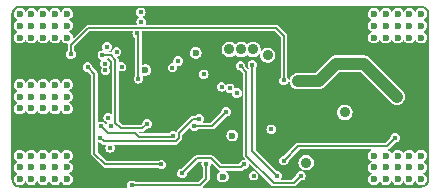
<source format=gbr>
%TF.GenerationSoftware,KiCad,Pcbnew,8.0.8*%
%TF.CreationDate,2025-04-24T20:57:55+02:00*%
%TF.ProjectId,ESC_PCB,4553435f-5043-4422-9e6b-696361645f70,rev?*%
%TF.SameCoordinates,Original*%
%TF.FileFunction,Copper,L3,Inr*%
%TF.FilePolarity,Positive*%
%FSLAX46Y46*%
G04 Gerber Fmt 4.6, Leading zero omitted, Abs format (unit mm)*
G04 Created by KiCad (PCBNEW 8.0.8) date 2025-04-24 20:57:55*
%MOMM*%
%LPD*%
G01*
G04 APERTURE LIST*
%TA.AperFunction,ViaPad*%
%ADD10C,0.900000*%
%TD*%
%TA.AperFunction,ViaPad*%
%ADD11C,0.600000*%
%TD*%
%TA.AperFunction,ViaPad*%
%ADD12C,0.400000*%
%TD*%
%TA.AperFunction,Conductor*%
%ADD13C,1.000000*%
%TD*%
%TA.AperFunction,Conductor*%
%ADD14C,0.150000*%
%TD*%
G04 APERTURE END LIST*
D10*
%TO.N,GND*%
X91750000Y-48000000D03*
D11*
X105000000Y-57000000D03*
X103000000Y-58000000D03*
X104000000Y-59000000D03*
X102000000Y-59000000D03*
X102000000Y-58000000D03*
X103000000Y-59000000D03*
X86900000Y-48300000D03*
D12*
X93300000Y-54750000D03*
D11*
X102000000Y-57000000D03*
D12*
X91800000Y-58700000D03*
D10*
X93000000Y-48500000D03*
D11*
X106000000Y-59000000D03*
D10*
X99530000Y-53330000D03*
D11*
X90000000Y-55300000D03*
X105000000Y-59000000D03*
X104000000Y-58000000D03*
X106000000Y-58000000D03*
X104000000Y-57000000D03*
D10*
X90750000Y-48000000D03*
D11*
X106000000Y-57000000D03*
X89200000Y-58767500D03*
X105000000Y-58000000D03*
X103000000Y-57000000D03*
X82635000Y-49750000D03*
D10*
X89750000Y-48000000D03*
D11*
%TO.N,VDC*%
X106000000Y-46000000D03*
X105000000Y-47000000D03*
X104000000Y-46000000D03*
X102000000Y-46000000D03*
D12*
X79700000Y-54530000D03*
D11*
X103000000Y-47000000D03*
X106000000Y-47000000D03*
X105000000Y-45000000D03*
X103000000Y-46000000D03*
D12*
X79670000Y-56340000D03*
D11*
X106000000Y-45000000D03*
X104000000Y-47000000D03*
X102000000Y-47000000D03*
X103000000Y-45000000D03*
D12*
X82260000Y-44860000D03*
X82290000Y-45660000D03*
D11*
X102000000Y-45000000D03*
D12*
X79260000Y-49790000D03*
D11*
X105000000Y-46000000D03*
D12*
X79500000Y-53780000D03*
X79230000Y-49220000D03*
X80630000Y-49470000D03*
X80200000Y-48210000D03*
X79400000Y-47790000D03*
D11*
X104000000Y-45000000D03*
D10*
%TO.N,+5V*%
X95550000Y-50690000D03*
X103950000Y-52000000D03*
D12*
%TO.N,+3.3V*%
X85750000Y-58500000D03*
D10*
X96250000Y-57600000D03*
D12*
X91000000Y-57750000D03*
D11*
%TO.N,+6V*%
X90100000Y-56450000D03*
D12*
X88250000Y-48000000D03*
D11*
X85400000Y-57200000D03*
D10*
X101950000Y-54450000D03*
D12*
%TO.N,GHA*%
X87200000Y-53900000D03*
X78800000Y-55500000D03*
D11*
%TO.N,PHASE_A*%
X75000000Y-59000000D03*
X75000000Y-57000000D03*
X72000000Y-58000000D03*
X74000000Y-57000000D03*
X73000000Y-58000000D03*
D12*
X87800000Y-57700000D03*
D11*
X73000000Y-57000000D03*
X76000000Y-59000000D03*
X76000000Y-57000000D03*
X74000000Y-59000000D03*
X73000000Y-59000000D03*
X72000000Y-59000000D03*
X76000000Y-58000000D03*
X72000000Y-57000000D03*
X74000000Y-58000000D03*
X75000000Y-58000000D03*
D12*
X81500000Y-59500000D03*
%TO.N,GHC*%
X79000000Y-48500000D03*
X82800000Y-54300000D03*
D11*
%TO.N,PHASE_C*%
X73000000Y-46000000D03*
X75000000Y-46000000D03*
X74000000Y-47000000D03*
X74000000Y-45000000D03*
X75000000Y-47000000D03*
X74000000Y-46000000D03*
X72000000Y-46000000D03*
D12*
X76345000Y-48399050D03*
D11*
X76000000Y-47000000D03*
X73000000Y-45000000D03*
D12*
X94375000Y-50625000D03*
D11*
X75000000Y-45000000D03*
X76000000Y-45000000D03*
X73000000Y-47000000D03*
X72000000Y-47000000D03*
X72000000Y-45000000D03*
X76000000Y-46000000D03*
%TO.N,PHASE_B*%
X76000000Y-52000000D03*
X76000000Y-51000000D03*
X73000000Y-52000000D03*
X75000000Y-52000000D03*
X74000000Y-53000000D03*
X73000000Y-51000000D03*
X72000000Y-53000000D03*
X74000000Y-52000000D03*
X74000000Y-51000000D03*
D12*
X84000000Y-57750000D03*
D11*
X75000000Y-51000000D03*
X73000000Y-53000000D03*
X72000000Y-51000000D03*
X75000000Y-53000000D03*
X76000000Y-53000000D03*
X72000000Y-52000000D03*
D12*
X77750000Y-49500000D03*
%TO.N,GHB*%
X85000000Y-55325000D03*
X78900000Y-54500000D03*
%TO.N,GLC*%
X81951250Y-46648750D03*
X82060000Y-50500000D03*
%TO.N,BEMF_REF*%
X86800000Y-54500000D03*
X89485485Y-53285485D03*
%TO.N,SWDIO*%
X95800000Y-58700000D03*
X90700000Y-49400000D03*
%TO.N,SWCLK*%
X91700000Y-49300000D03*
X93800000Y-58700000D03*
%TO.N,INPUT*%
X103800000Y-55500000D03*
X94360000Y-57420000D03*
%TO.N,LA*%
X87600000Y-50100000D03*
%TO.N,LB*%
X85415000Y-48985000D03*
%TO.N,LC*%
X84940000Y-49540000D03*
%TO.N,HC*%
X89100000Y-51175000D03*
%TO.N,HB*%
X89800000Y-51300000D03*
%TO.N,HA*%
X90400000Y-51700000D03*
%TD*%
D13*
%TO.N,+5V*%
X98800000Y-49200000D02*
X97310000Y-50690000D01*
X101150000Y-49200000D02*
X98800000Y-49200000D01*
X97310000Y-50690000D02*
X95550000Y-50690000D01*
X103950000Y-52000000D02*
X101150000Y-49200000D01*
D14*
%TO.N,+3.3V*%
X90750000Y-58000000D02*
X91000000Y-57750000D01*
X89000000Y-58000000D02*
X90750000Y-58000000D01*
X89000000Y-58000000D02*
X88225000Y-57225000D01*
X87025000Y-57225000D02*
X85750000Y-58500000D01*
X88225000Y-57225000D02*
X87025000Y-57225000D01*
%TO.N,GHA*%
X85196752Y-55800000D02*
X79100000Y-55800000D01*
X85475000Y-55521752D02*
X85196752Y-55800000D01*
X87200000Y-53900000D02*
X86700000Y-53900000D01*
X86700000Y-53900000D02*
X85475000Y-55125000D01*
X85475000Y-55125000D02*
X85475000Y-55521752D01*
X79100000Y-55800000D02*
X78800000Y-55500000D01*
%TO.N,PHASE_A*%
X87800000Y-58950000D02*
X87800000Y-57700000D01*
X81500000Y-59500000D02*
X87250000Y-59500000D01*
X87250000Y-59500000D02*
X87800000Y-58950000D01*
%TO.N,GHC*%
X79000000Y-48500000D02*
X79700000Y-48500000D01*
X79700000Y-48500000D02*
X80100000Y-48900000D01*
X82400000Y-54700000D02*
X82800000Y-54300000D01*
X80100000Y-54200000D02*
X80600000Y-54700000D01*
X80600000Y-54700000D02*
X82400000Y-54700000D01*
X80100000Y-48900000D02*
X80100000Y-54200000D01*
%TO.N,PHASE_C*%
X94375000Y-46875000D02*
X94375000Y-50625000D01*
X93673750Y-46173750D02*
X94375000Y-46875000D01*
X76345000Y-48399050D02*
X76345000Y-47655000D01*
X76345000Y-47655000D02*
X77826250Y-46173750D01*
X77826250Y-46173750D02*
X93673750Y-46173750D01*
%TO.N,PHASE_B*%
X78325000Y-56825000D02*
X79250000Y-57750000D01*
X77750000Y-49500000D02*
X78325000Y-50075000D01*
X79250000Y-57750000D02*
X84000000Y-57750000D01*
X78325000Y-50075000D02*
X78325000Y-56825000D01*
%TO.N,GHB*%
X85000000Y-55325000D02*
X84925000Y-55400000D01*
X81800000Y-55100000D02*
X79500000Y-55100000D01*
X84925000Y-55400000D02*
X82100000Y-55400000D01*
X82100000Y-55400000D02*
X81800000Y-55100000D01*
X79500000Y-55100000D02*
X78900000Y-54500000D01*
%TO.N,GLC*%
X82060000Y-50500000D02*
X82060000Y-46757500D01*
X82060000Y-46757500D02*
X81951250Y-46648750D01*
%TO.N,BEMF_REF*%
X88270970Y-54500000D02*
X86800000Y-54500000D01*
X89485485Y-53285485D02*
X88270970Y-54500000D01*
%TO.N,SWDIO*%
X95800000Y-58700000D02*
X95200000Y-59300000D01*
X95200000Y-59300000D02*
X93500000Y-59300000D01*
X93500000Y-59300000D02*
X91200000Y-57000000D01*
X91200000Y-49900000D02*
X90700000Y-49400000D01*
X91200000Y-57000000D02*
X91200000Y-49900000D01*
%TO.N,SWCLK*%
X91700000Y-49300000D02*
X91700000Y-56600000D01*
X91700000Y-56600000D02*
X93800000Y-58700000D01*
%TO.N,INPUT*%
X103100000Y-56200000D02*
X103800000Y-55500000D01*
X95580000Y-56200000D02*
X103100000Y-56200000D01*
X94360000Y-57420000D02*
X95580000Y-56200000D01*
%TD*%
%TA.AperFunction,Conductor*%
%TO.N,+6V*%
G36*
X106002396Y-44300736D02*
G01*
X106131672Y-44313468D01*
X106141075Y-44315339D01*
X106263072Y-44352346D01*
X106271939Y-44356018D01*
X106323235Y-44383437D01*
X106384364Y-44416112D01*
X106392350Y-44421449D01*
X106490889Y-44502318D01*
X106497681Y-44509110D01*
X106578550Y-44607649D01*
X106583887Y-44615635D01*
X106643979Y-44728057D01*
X106647655Y-44736932D01*
X106684658Y-44858915D01*
X106686531Y-44868335D01*
X106695631Y-44960723D01*
X106699264Y-44997603D01*
X106699500Y-45002406D01*
X106699500Y-58997593D01*
X106699264Y-59002396D01*
X106686532Y-59131663D01*
X106684658Y-59141084D01*
X106647655Y-59263067D01*
X106643979Y-59271942D01*
X106583887Y-59384364D01*
X106578550Y-59392350D01*
X106497681Y-59490889D01*
X106490889Y-59497681D01*
X106392350Y-59578550D01*
X106384364Y-59583887D01*
X106271942Y-59643979D01*
X106263067Y-59647655D01*
X106141084Y-59684658D01*
X106131663Y-59686532D01*
X106002396Y-59699264D01*
X105997593Y-59699500D01*
X87558410Y-59699500D01*
X87523762Y-59685148D01*
X87509410Y-59650500D01*
X87523762Y-59615852D01*
X87639115Y-59500500D01*
X88033557Y-59106059D01*
X88053407Y-59058136D01*
X88075500Y-59004800D01*
X88075500Y-58011188D01*
X88089852Y-57976540D01*
X88105669Y-57960723D01*
X88128050Y-57938342D01*
X88128054Y-57938335D01*
X88185644Y-57825309D01*
X88185644Y-57825307D01*
X88185646Y-57825304D01*
X88204790Y-57704429D01*
X88224384Y-57672455D01*
X88260851Y-57663700D01*
X88287834Y-57677449D01*
X88843939Y-58233556D01*
X88843940Y-58233556D01*
X88843942Y-58233558D01*
X88911780Y-58261657D01*
X88916188Y-58263483D01*
X88942706Y-58290002D01*
X88942706Y-58327505D01*
X88923927Y-58349974D01*
X88868874Y-58385353D01*
X88868872Y-58385355D01*
X88774625Y-58494123D01*
X88774624Y-58494125D01*
X88714833Y-58625045D01*
X88694353Y-58767497D01*
X88694353Y-58767502D01*
X88714833Y-58909954D01*
X88738019Y-58960723D01*
X88774623Y-59040873D01*
X88774624Y-59040874D01*
X88774625Y-59040876D01*
X88862643Y-59142454D01*
X88868872Y-59149643D01*
X88989947Y-59227453D01*
X89066785Y-59250014D01*
X89128034Y-59267999D01*
X89128037Y-59267999D01*
X89128039Y-59268000D01*
X89128040Y-59268000D01*
X89271960Y-59268000D01*
X89271961Y-59268000D01*
X89271963Y-59267999D01*
X89271965Y-59267999D01*
X89294795Y-59261295D01*
X89410053Y-59227453D01*
X89531128Y-59149643D01*
X89625377Y-59040873D01*
X89685165Y-58909957D01*
X89685165Y-58909955D01*
X89685166Y-58909954D01*
X89705647Y-58767502D01*
X89705647Y-58767497D01*
X89695943Y-58700000D01*
X91394508Y-58700000D01*
X91414354Y-58825304D01*
X91414354Y-58825305D01*
X91414355Y-58825307D01*
X91414355Y-58825309D01*
X91471945Y-58938335D01*
X91471950Y-58938342D01*
X91561657Y-59028049D01*
X91561664Y-59028054D01*
X91674691Y-59085644D01*
X91674692Y-59085644D01*
X91674696Y-59085646D01*
X91800000Y-59105492D01*
X91925304Y-59085646D01*
X91925308Y-59085644D01*
X91925309Y-59085644D01*
X92038335Y-59028054D01*
X92038337Y-59028052D01*
X92038342Y-59028050D01*
X92128050Y-58938342D01*
X92142513Y-58909957D01*
X92185644Y-58825309D01*
X92185644Y-58825307D01*
X92185646Y-58825304D01*
X92205492Y-58700000D01*
X92185646Y-58574696D01*
X92185644Y-58574692D01*
X92185644Y-58574690D01*
X92128054Y-58461664D01*
X92128049Y-58461657D01*
X92038342Y-58371950D01*
X92038335Y-58371945D01*
X91925308Y-58314355D01*
X91925305Y-58314354D01*
X91925304Y-58314354D01*
X91800000Y-58294508D01*
X91674696Y-58314354D01*
X91674694Y-58314354D01*
X91674692Y-58314355D01*
X91674690Y-58314355D01*
X91561664Y-58371945D01*
X91561657Y-58371950D01*
X91471950Y-58461657D01*
X91471945Y-58461664D01*
X91414355Y-58574690D01*
X91414355Y-58574692D01*
X91414354Y-58574694D01*
X91414354Y-58574696D01*
X91394508Y-58700000D01*
X89695943Y-58700000D01*
X89685166Y-58625045D01*
X89662169Y-58574690D01*
X89625377Y-58494127D01*
X89621440Y-58489584D01*
X89531128Y-58385357D01*
X89500575Y-58365722D01*
X89479186Y-58334916D01*
X89485844Y-58298009D01*
X89516650Y-58276620D01*
X89527066Y-58275500D01*
X90804798Y-58275500D01*
X90804800Y-58275500D01*
X90906058Y-58233557D01*
X90969880Y-58169734D01*
X90996860Y-58155988D01*
X90999995Y-58155491D01*
X91000000Y-58155492D01*
X91125304Y-58135646D01*
X91125308Y-58135644D01*
X91125309Y-58135644D01*
X91238335Y-58078054D01*
X91238337Y-58078052D01*
X91238342Y-58078050D01*
X91328050Y-57988342D01*
X91330488Y-57983558D01*
X91385644Y-57875309D01*
X91385644Y-57875307D01*
X91385646Y-57875304D01*
X91405492Y-57750000D01*
X91399933Y-57714904D01*
X91408688Y-57678440D01*
X91440664Y-57658844D01*
X91477131Y-57667599D01*
X91482977Y-57672592D01*
X92428241Y-58617857D01*
X93343941Y-59533557D01*
X93343942Y-59533558D01*
X93356874Y-59538913D01*
X93373597Y-59545840D01*
X93373598Y-59545841D01*
X93373599Y-59545841D01*
X93445200Y-59575500D01*
X93445202Y-59575500D01*
X95254798Y-59575500D01*
X95254800Y-59575500D01*
X95356058Y-59533557D01*
X95433557Y-59456058D01*
X95433556Y-59456058D01*
X95769877Y-59119737D01*
X95796859Y-59105989D01*
X95799998Y-59105491D01*
X95800000Y-59105492D01*
X95925304Y-59085646D01*
X95925308Y-59085644D01*
X95925309Y-59085644D01*
X96038335Y-59028054D01*
X96038337Y-59028052D01*
X96038342Y-59028050D01*
X96128050Y-58938342D01*
X96142513Y-58909957D01*
X96185644Y-58825309D01*
X96185644Y-58825307D01*
X96185646Y-58825304D01*
X96205492Y-58700000D01*
X96185646Y-58574696D01*
X96185644Y-58574692D01*
X96185644Y-58574690D01*
X96128054Y-58461664D01*
X96128049Y-58461657D01*
X96038342Y-58371950D01*
X96038335Y-58371945D01*
X95925308Y-58314355D01*
X95925305Y-58314354D01*
X95925304Y-58314354D01*
X95800000Y-58294508D01*
X95674696Y-58314354D01*
X95674694Y-58314354D01*
X95674692Y-58314355D01*
X95674690Y-58314355D01*
X95561664Y-58371945D01*
X95561657Y-58371950D01*
X95471950Y-58461657D01*
X95471945Y-58461664D01*
X95414355Y-58574690D01*
X95414355Y-58574692D01*
X95394011Y-58703138D01*
X95380262Y-58730120D01*
X95100237Y-59010148D01*
X95065589Y-59024500D01*
X94160188Y-59024500D01*
X94125540Y-59010148D01*
X94111188Y-58975500D01*
X94125540Y-58940852D01*
X94128050Y-58938342D01*
X94142513Y-58909957D01*
X94185644Y-58825309D01*
X94185644Y-58825307D01*
X94185646Y-58825304D01*
X94205492Y-58700000D01*
X94185646Y-58574696D01*
X94185644Y-58574692D01*
X94185644Y-58574690D01*
X94128054Y-58461664D01*
X94128049Y-58461657D01*
X94038342Y-58371950D01*
X94038335Y-58371945D01*
X93925308Y-58314355D01*
X93925305Y-58314354D01*
X93925304Y-58314354D01*
X93872181Y-58305940D01*
X93796859Y-58294010D01*
X93769877Y-58280261D01*
X92909616Y-57420000D01*
X93954508Y-57420000D01*
X93974354Y-57545304D01*
X93974354Y-57545305D01*
X93974355Y-57545307D01*
X93974355Y-57545309D01*
X94031945Y-57658335D01*
X94031950Y-57658342D01*
X94121657Y-57748049D01*
X94121664Y-57748054D01*
X94234691Y-57805644D01*
X94234692Y-57805644D01*
X94234696Y-57805646D01*
X94360000Y-57825492D01*
X94485304Y-57805646D01*
X94485308Y-57805644D01*
X94485309Y-57805644D01*
X94598335Y-57748054D01*
X94598337Y-57748052D01*
X94598342Y-57748050D01*
X94688050Y-57658342D01*
X94705194Y-57624696D01*
X94717777Y-57600000D01*
X95594722Y-57600000D01*
X95613763Y-57756819D01*
X95669780Y-57904524D01*
X95724332Y-57983556D01*
X95759517Y-58034530D01*
X95877760Y-58139283D01*
X96017635Y-58212696D01*
X96171015Y-58250500D01*
X96171016Y-58250500D01*
X96328983Y-58250500D01*
X96328985Y-58250500D01*
X96482365Y-58212696D01*
X96622240Y-58139283D01*
X96740483Y-58034530D01*
X96830220Y-57904523D01*
X96886237Y-57756818D01*
X96905278Y-57600000D01*
X96886237Y-57443182D01*
X96830220Y-57295477D01*
X96829678Y-57294692D01*
X96751903Y-57182015D01*
X96740483Y-57165470D01*
X96740480Y-57165467D01*
X96740479Y-57165466D01*
X96622239Y-57060716D01*
X96482364Y-56987303D01*
X96366788Y-56958817D01*
X96328985Y-56949500D01*
X96171015Y-56949500D01*
X96140687Y-56956975D01*
X96017635Y-56987303D01*
X95877760Y-57060716D01*
X95759520Y-57165466D01*
X95759516Y-57165471D01*
X95669780Y-57295475D01*
X95613763Y-57443180D01*
X95594722Y-57600000D01*
X94717777Y-57600000D01*
X94745644Y-57545309D01*
X94745644Y-57545307D01*
X94745646Y-57545304D01*
X94765492Y-57420000D01*
X94765491Y-57419997D01*
X94765989Y-57416858D01*
X94779736Y-57389877D01*
X95679764Y-56489852D01*
X95714412Y-56475500D01*
X101723505Y-56475500D01*
X101758153Y-56489852D01*
X101772505Y-56524500D01*
X101758153Y-56559148D01*
X101749996Y-56565722D01*
X101668871Y-56617857D01*
X101574625Y-56726623D01*
X101574624Y-56726625D01*
X101514833Y-56857545D01*
X101494353Y-56999997D01*
X101494353Y-57000002D01*
X101514833Y-57142454D01*
X101533512Y-57183354D01*
X101574623Y-57273373D01*
X101574624Y-57273374D01*
X101574625Y-57273376D01*
X101593099Y-57294696D01*
X101668872Y-57382143D01*
X101730813Y-57421950D01*
X101788119Y-57458778D01*
X101809508Y-57489584D01*
X101802850Y-57526491D01*
X101788119Y-57541221D01*
X101781759Y-57545309D01*
X101668871Y-57617857D01*
X101574625Y-57726623D01*
X101574624Y-57726625D01*
X101514833Y-57857545D01*
X101494353Y-57999997D01*
X101494353Y-58000002D01*
X101514833Y-58142454D01*
X101533512Y-58183354D01*
X101574623Y-58273373D01*
X101574624Y-58273374D01*
X101574625Y-58273376D01*
X101654643Y-58365722D01*
X101668872Y-58382143D01*
X101788119Y-58458778D01*
X101809508Y-58489584D01*
X101802850Y-58526491D01*
X101788119Y-58541222D01*
X101668871Y-58617857D01*
X101574625Y-58726623D01*
X101574624Y-58726625D01*
X101514833Y-58857545D01*
X101494353Y-58999997D01*
X101494353Y-59000002D01*
X101514833Y-59142454D01*
X101533512Y-59183354D01*
X101574623Y-59273373D01*
X101574624Y-59273374D01*
X101574625Y-59273376D01*
X101662414Y-59374690D01*
X101668872Y-59382143D01*
X101789947Y-59459953D01*
X101866785Y-59482514D01*
X101928034Y-59500499D01*
X101928037Y-59500499D01*
X101928039Y-59500500D01*
X101928040Y-59500500D01*
X102071960Y-59500500D01*
X102071961Y-59500500D01*
X102071963Y-59500499D01*
X102071965Y-59500499D01*
X102104693Y-59490889D01*
X102210053Y-59459953D01*
X102331128Y-59382143D01*
X102425377Y-59273373D01*
X102455428Y-59207569D01*
X102482876Y-59182015D01*
X102520356Y-59183354D01*
X102544570Y-59207568D01*
X102574623Y-59273373D01*
X102574624Y-59273374D01*
X102574625Y-59273376D01*
X102662414Y-59374690D01*
X102668872Y-59382143D01*
X102789947Y-59459953D01*
X102866785Y-59482514D01*
X102928034Y-59500499D01*
X102928037Y-59500499D01*
X102928039Y-59500500D01*
X102928040Y-59500500D01*
X103071960Y-59500500D01*
X103071961Y-59500500D01*
X103071963Y-59500499D01*
X103071965Y-59500499D01*
X103104693Y-59490889D01*
X103210053Y-59459953D01*
X103331128Y-59382143D01*
X103425377Y-59273373D01*
X103455428Y-59207569D01*
X103482876Y-59182015D01*
X103520356Y-59183354D01*
X103544570Y-59207568D01*
X103574623Y-59273373D01*
X103574624Y-59273374D01*
X103574625Y-59273376D01*
X103662414Y-59374690D01*
X103668872Y-59382143D01*
X103789947Y-59459953D01*
X103866785Y-59482514D01*
X103928034Y-59500499D01*
X103928037Y-59500499D01*
X103928039Y-59500500D01*
X103928040Y-59500500D01*
X104071960Y-59500500D01*
X104071961Y-59500500D01*
X104071963Y-59500499D01*
X104071965Y-59500499D01*
X104104693Y-59490889D01*
X104210053Y-59459953D01*
X104331128Y-59382143D01*
X104425377Y-59273373D01*
X104455428Y-59207569D01*
X104482876Y-59182015D01*
X104520356Y-59183354D01*
X104544570Y-59207568D01*
X104574623Y-59273373D01*
X104574624Y-59273374D01*
X104574625Y-59273376D01*
X104662414Y-59374690D01*
X104668872Y-59382143D01*
X104789947Y-59459953D01*
X104866785Y-59482514D01*
X104928034Y-59500499D01*
X104928037Y-59500499D01*
X104928039Y-59500500D01*
X104928040Y-59500500D01*
X105071960Y-59500500D01*
X105071961Y-59500500D01*
X105071963Y-59500499D01*
X105071965Y-59500499D01*
X105104693Y-59490889D01*
X105210053Y-59459953D01*
X105331128Y-59382143D01*
X105425377Y-59273373D01*
X105455428Y-59207569D01*
X105482876Y-59182015D01*
X105520356Y-59183354D01*
X105544570Y-59207568D01*
X105574623Y-59273373D01*
X105574624Y-59273374D01*
X105574625Y-59273376D01*
X105662414Y-59374690D01*
X105668872Y-59382143D01*
X105789947Y-59459953D01*
X105866785Y-59482514D01*
X105928034Y-59500499D01*
X105928037Y-59500499D01*
X105928039Y-59500500D01*
X105928040Y-59500500D01*
X106071960Y-59500500D01*
X106071961Y-59500500D01*
X106071963Y-59500499D01*
X106071965Y-59500499D01*
X106104693Y-59490889D01*
X106210053Y-59459953D01*
X106331128Y-59382143D01*
X106425377Y-59273373D01*
X106485165Y-59142457D01*
X106485165Y-59142455D01*
X106485166Y-59142454D01*
X106505647Y-59000002D01*
X106505647Y-58999997D01*
X106485166Y-58857545D01*
X106480751Y-58847879D01*
X106425377Y-58726627D01*
X106414180Y-58713705D01*
X106331128Y-58617857D01*
X106211878Y-58541220D01*
X106190491Y-58510416D01*
X106197149Y-58473509D01*
X106211877Y-58458780D01*
X106331128Y-58382143D01*
X106425377Y-58273373D01*
X106485165Y-58142457D01*
X106485165Y-58142455D01*
X106485166Y-58142454D01*
X106505647Y-58000002D01*
X106505647Y-57999997D01*
X106485166Y-57857545D01*
X106480751Y-57847879D01*
X106425377Y-57726627D01*
X106415425Y-57715142D01*
X106331128Y-57617857D01*
X106303342Y-57600000D01*
X106211878Y-57541220D01*
X106190491Y-57510416D01*
X106197149Y-57473509D01*
X106211877Y-57458780D01*
X106331128Y-57382143D01*
X106425377Y-57273373D01*
X106485165Y-57142457D01*
X106485165Y-57142455D01*
X106485166Y-57142454D01*
X106505647Y-57000002D01*
X106505647Y-56999997D01*
X106485166Y-56857545D01*
X106455428Y-56792429D01*
X106425377Y-56726627D01*
X106424525Y-56725644D01*
X106331128Y-56617857D01*
X106269630Y-56578335D01*
X106210053Y-56540047D01*
X106198559Y-56536672D01*
X106071965Y-56499500D01*
X106071961Y-56499500D01*
X105928039Y-56499500D01*
X105928034Y-56499500D01*
X105789949Y-56540046D01*
X105668871Y-56617857D01*
X105574625Y-56726623D01*
X105574624Y-56726625D01*
X105544572Y-56792429D01*
X105517123Y-56817984D01*
X105479644Y-56816645D01*
X105455428Y-56792429D01*
X105433992Y-56745492D01*
X105425377Y-56726627D01*
X105424525Y-56725644D01*
X105331128Y-56617857D01*
X105269630Y-56578335D01*
X105210053Y-56540047D01*
X105198559Y-56536672D01*
X105071965Y-56499500D01*
X105071961Y-56499500D01*
X104928039Y-56499500D01*
X104928034Y-56499500D01*
X104789949Y-56540046D01*
X104668871Y-56617857D01*
X104574625Y-56726623D01*
X104574624Y-56726625D01*
X104544572Y-56792429D01*
X104517123Y-56817984D01*
X104479644Y-56816645D01*
X104455428Y-56792429D01*
X104433992Y-56745492D01*
X104425377Y-56726627D01*
X104424525Y-56725644D01*
X104331128Y-56617857D01*
X104269630Y-56578335D01*
X104210053Y-56540047D01*
X104198559Y-56536672D01*
X104071965Y-56499500D01*
X104071961Y-56499500D01*
X103928039Y-56499500D01*
X103928034Y-56499500D01*
X103789949Y-56540046D01*
X103668871Y-56617857D01*
X103574625Y-56726623D01*
X103574624Y-56726625D01*
X103544572Y-56792429D01*
X103517123Y-56817984D01*
X103479644Y-56816645D01*
X103455428Y-56792429D01*
X103433992Y-56745492D01*
X103425377Y-56726627D01*
X103424525Y-56725644D01*
X103331128Y-56617857D01*
X103250004Y-56565722D01*
X103210053Y-56540047D01*
X103210051Y-56540046D01*
X103207105Y-56538153D01*
X103208056Y-56536672D01*
X103186495Y-56513501D01*
X103187843Y-56476022D01*
X103213658Y-56451119D01*
X103256058Y-56433557D01*
X103333557Y-56356058D01*
X103333556Y-56356058D01*
X103769877Y-55919736D01*
X103796859Y-55905989D01*
X103799998Y-55905491D01*
X103800000Y-55905492D01*
X103925304Y-55885646D01*
X103925308Y-55885644D01*
X103925309Y-55885644D01*
X104038335Y-55828054D01*
X104038337Y-55828052D01*
X104038342Y-55828050D01*
X104128050Y-55738342D01*
X104156685Y-55682143D01*
X104185644Y-55625309D01*
X104185644Y-55625307D01*
X104185646Y-55625304D01*
X104205492Y-55500000D01*
X104185646Y-55374696D01*
X104185644Y-55374692D01*
X104185644Y-55374690D01*
X104128054Y-55261664D01*
X104128049Y-55261657D01*
X104038342Y-55171950D01*
X104038335Y-55171945D01*
X103925308Y-55114355D01*
X103925305Y-55114354D01*
X103925304Y-55114354D01*
X103800000Y-55094508D01*
X103674696Y-55114354D01*
X103674694Y-55114354D01*
X103674692Y-55114355D01*
X103674690Y-55114355D01*
X103561664Y-55171945D01*
X103561657Y-55171950D01*
X103471950Y-55261657D01*
X103471945Y-55261664D01*
X103414355Y-55374690D01*
X103414355Y-55374692D01*
X103394011Y-55503138D01*
X103380262Y-55530120D01*
X103000237Y-55910148D01*
X102965589Y-55924500D01*
X95634800Y-55924500D01*
X95525200Y-55924500D01*
X95525198Y-55924500D01*
X95525196Y-55924501D01*
X95423941Y-55966442D01*
X94390122Y-57000261D01*
X94363140Y-57014010D01*
X94279761Y-57027216D01*
X94234696Y-57034354D01*
X94234694Y-57034354D01*
X94234692Y-57034355D01*
X94234690Y-57034355D01*
X94121664Y-57091945D01*
X94121657Y-57091950D01*
X94031950Y-57181657D01*
X94031945Y-57181664D01*
X93974355Y-57294690D01*
X93974355Y-57294692D01*
X93974354Y-57294694D01*
X93974354Y-57294696D01*
X93954508Y-57420000D01*
X92909616Y-57420000D01*
X91989852Y-56500236D01*
X91975500Y-56465588D01*
X91975500Y-54750000D01*
X92894508Y-54750000D01*
X92914354Y-54875304D01*
X92914354Y-54875305D01*
X92914355Y-54875307D01*
X92914355Y-54875309D01*
X92971945Y-54988335D01*
X92971950Y-54988342D01*
X93061657Y-55078049D01*
X93061664Y-55078054D01*
X93174691Y-55135644D01*
X93174692Y-55135644D01*
X93174696Y-55135646D01*
X93300000Y-55155492D01*
X93425304Y-55135646D01*
X93425308Y-55135644D01*
X93425309Y-55135644D01*
X93538335Y-55078054D01*
X93538337Y-55078052D01*
X93538342Y-55078050D01*
X93628050Y-54988342D01*
X93633462Y-54977721D01*
X93685644Y-54875309D01*
X93685644Y-54875307D01*
X93685646Y-54875304D01*
X93705492Y-54750000D01*
X93685646Y-54624696D01*
X93685644Y-54624692D01*
X93685644Y-54624690D01*
X93628054Y-54511664D01*
X93628049Y-54511657D01*
X93538342Y-54421950D01*
X93538335Y-54421945D01*
X93425308Y-54364355D01*
X93425305Y-54364354D01*
X93425304Y-54364354D01*
X93300000Y-54344508D01*
X93174696Y-54364354D01*
X93174694Y-54364354D01*
X93174692Y-54364355D01*
X93174690Y-54364355D01*
X93061664Y-54421945D01*
X93061657Y-54421950D01*
X92971950Y-54511657D01*
X92971945Y-54511664D01*
X92914355Y-54624690D01*
X92914355Y-54624692D01*
X92914354Y-54624694D01*
X92914354Y-54624696D01*
X92894508Y-54750000D01*
X91975500Y-54750000D01*
X91975500Y-53330000D01*
X98874722Y-53330000D01*
X98893763Y-53486819D01*
X98949780Y-53634524D01*
X98988747Y-53690977D01*
X99039517Y-53764530D01*
X99039519Y-53764531D01*
X99039520Y-53764533D01*
X99050992Y-53774696D01*
X99157760Y-53869283D01*
X99297635Y-53942696D01*
X99451015Y-53980500D01*
X99451016Y-53980500D01*
X99608983Y-53980500D01*
X99608985Y-53980500D01*
X99762365Y-53942696D01*
X99902240Y-53869283D01*
X100020483Y-53764530D01*
X100110220Y-53634523D01*
X100166237Y-53486818D01*
X100185278Y-53330000D01*
X100166237Y-53173182D01*
X100110220Y-53025477D01*
X100092632Y-52999997D01*
X100023499Y-52899840D01*
X100020483Y-52895470D01*
X100020480Y-52895467D01*
X100020479Y-52895466D01*
X99902239Y-52790716D01*
X99762364Y-52717303D01*
X99646788Y-52688817D01*
X99608985Y-52679500D01*
X99451015Y-52679500D01*
X99420687Y-52686975D01*
X99297635Y-52717303D01*
X99157760Y-52790716D01*
X99039520Y-52895466D01*
X99039516Y-52895471D01*
X98949780Y-53025475D01*
X98893763Y-53173180D01*
X98874722Y-53330000D01*
X91975500Y-53330000D01*
X91975500Y-49611188D01*
X91989852Y-49576540D01*
X92028050Y-49538342D01*
X92034692Y-49525307D01*
X92085644Y-49425309D01*
X92085644Y-49425307D01*
X92085646Y-49425304D01*
X92105492Y-49300000D01*
X92085646Y-49174696D01*
X92085644Y-49174692D01*
X92085644Y-49174690D01*
X92028054Y-49061664D01*
X92028049Y-49061657D01*
X91938342Y-48971950D01*
X91938335Y-48971945D01*
X91825308Y-48914355D01*
X91825305Y-48914354D01*
X91825304Y-48914354D01*
X91700000Y-48894508D01*
X91574696Y-48914354D01*
X91574694Y-48914354D01*
X91574692Y-48914355D01*
X91574690Y-48914355D01*
X91461664Y-48971945D01*
X91461657Y-48971950D01*
X91371950Y-49061657D01*
X91371945Y-49061664D01*
X91314355Y-49174690D01*
X91314355Y-49174692D01*
X91314354Y-49174694D01*
X91314354Y-49174696D01*
X91294508Y-49300000D01*
X91314354Y-49425304D01*
X91314354Y-49425305D01*
X91314355Y-49425307D01*
X91314355Y-49425309D01*
X91371945Y-49538335D01*
X91371950Y-49538342D01*
X91410148Y-49576540D01*
X91424500Y-49611188D01*
X91424500Y-49616588D01*
X91410148Y-49651236D01*
X91375500Y-49665588D01*
X91340852Y-49651236D01*
X91119737Y-49430121D01*
X91105988Y-49403138D01*
X91105491Y-49400003D01*
X91105492Y-49400000D01*
X91085646Y-49274696D01*
X91085644Y-49274692D01*
X91085644Y-49274690D01*
X91028054Y-49161664D01*
X91028049Y-49161657D01*
X90938342Y-49071950D01*
X90938335Y-49071945D01*
X90825308Y-49014355D01*
X90825305Y-49014354D01*
X90825304Y-49014354D01*
X90700000Y-48994508D01*
X90574696Y-49014354D01*
X90574694Y-49014354D01*
X90574692Y-49014355D01*
X90574690Y-49014355D01*
X90461664Y-49071945D01*
X90461657Y-49071950D01*
X90371950Y-49161657D01*
X90371945Y-49161664D01*
X90314355Y-49274690D01*
X90314355Y-49274692D01*
X90314354Y-49274694D01*
X90314354Y-49274696D01*
X90294508Y-49400000D01*
X90314354Y-49525304D01*
X90314354Y-49525305D01*
X90314355Y-49525307D01*
X90314355Y-49525309D01*
X90371945Y-49638335D01*
X90371950Y-49638342D01*
X90461657Y-49728049D01*
X90461664Y-49728054D01*
X90574691Y-49785644D01*
X90574692Y-49785644D01*
X90574696Y-49785646D01*
X90700000Y-49805492D01*
X90700003Y-49805491D01*
X90703138Y-49805988D01*
X90730121Y-49819737D01*
X90910148Y-49999763D01*
X90924500Y-50034411D01*
X90924500Y-57054801D01*
X90951300Y-57119500D01*
X90966443Y-57156059D01*
X91077405Y-57267021D01*
X91091757Y-57301669D01*
X91077405Y-57336317D01*
X91042757Y-57350669D01*
X91035092Y-57350066D01*
X91000000Y-57344508D01*
X90874696Y-57364354D01*
X90874694Y-57364354D01*
X90874692Y-57364355D01*
X90874690Y-57364355D01*
X90761664Y-57421945D01*
X90761657Y-57421950D01*
X90671950Y-57511657D01*
X90671945Y-57511664D01*
X90614355Y-57624693D01*
X90614354Y-57624694D01*
X90614354Y-57624696D01*
X90608946Y-57658844D01*
X90605094Y-57683165D01*
X90585498Y-57715142D01*
X90556697Y-57724500D01*
X89134412Y-57724500D01*
X89099764Y-57710148D01*
X88381061Y-56991445D01*
X88381059Y-56991444D01*
X88381058Y-56991443D01*
X88321744Y-56966874D01*
X88279801Y-56949500D01*
X88279800Y-56949500D01*
X86970200Y-56949500D01*
X86970198Y-56949500D01*
X86970196Y-56949501D01*
X86898598Y-56979157D01*
X86898599Y-56979158D01*
X86868939Y-56991443D01*
X86868938Y-56991445D01*
X85780122Y-58080261D01*
X85753140Y-58094010D01*
X85669761Y-58107216D01*
X85624696Y-58114354D01*
X85624694Y-58114354D01*
X85624692Y-58114355D01*
X85624690Y-58114355D01*
X85511664Y-58171945D01*
X85511657Y-58171950D01*
X85421950Y-58261657D01*
X85421945Y-58261664D01*
X85364355Y-58374690D01*
X85364355Y-58374692D01*
X85364354Y-58374694D01*
X85364354Y-58374696D01*
X85344508Y-58500000D01*
X85364354Y-58625304D01*
X85364354Y-58625305D01*
X85364355Y-58625307D01*
X85364355Y-58625309D01*
X85421945Y-58738335D01*
X85421950Y-58738342D01*
X85511657Y-58828049D01*
X85511664Y-58828054D01*
X85624691Y-58885644D01*
X85624692Y-58885644D01*
X85624696Y-58885646D01*
X85750000Y-58905492D01*
X85875304Y-58885646D01*
X85875308Y-58885644D01*
X85875309Y-58885644D01*
X85988335Y-58828054D01*
X85988337Y-58828052D01*
X85988342Y-58828050D01*
X86078050Y-58738342D01*
X86078054Y-58738335D01*
X86135644Y-58625309D01*
X86135644Y-58625307D01*
X86135646Y-58625304D01*
X86155492Y-58500000D01*
X86155491Y-58499997D01*
X86155989Y-58496858D01*
X86169736Y-58469877D01*
X87124764Y-57514852D01*
X87159412Y-57500500D01*
X87372198Y-57500500D01*
X87406846Y-57514852D01*
X87421198Y-57549500D01*
X87415857Y-57571746D01*
X87414355Y-57574693D01*
X87414354Y-57574694D01*
X87414354Y-57574696D01*
X87394508Y-57700000D01*
X87414354Y-57825304D01*
X87414354Y-57825305D01*
X87414355Y-57825307D01*
X87414355Y-57825309D01*
X87471945Y-57938335D01*
X87471950Y-57938342D01*
X87510148Y-57976540D01*
X87524500Y-58011188D01*
X87524500Y-58815588D01*
X87510148Y-58850236D01*
X87150237Y-59210148D01*
X87115589Y-59224500D01*
X81811188Y-59224500D01*
X81776540Y-59210148D01*
X81738342Y-59171950D01*
X81738335Y-59171945D01*
X81625308Y-59114355D01*
X81625305Y-59114354D01*
X81625304Y-59114354D01*
X81500000Y-59094508D01*
X81374696Y-59114354D01*
X81374694Y-59114354D01*
X81374692Y-59114355D01*
X81374690Y-59114355D01*
X81261664Y-59171945D01*
X81261657Y-59171950D01*
X81171950Y-59261657D01*
X81171945Y-59261664D01*
X81114355Y-59374690D01*
X81114355Y-59374692D01*
X81114354Y-59374694D01*
X81114354Y-59374696D01*
X81094508Y-59500000D01*
X81114354Y-59625304D01*
X81114354Y-59625305D01*
X81114355Y-59625306D01*
X81115857Y-59628254D01*
X81118800Y-59665641D01*
X81094444Y-59694159D01*
X81072198Y-59699500D01*
X72002407Y-59699500D01*
X71997604Y-59699264D01*
X71868336Y-59686532D01*
X71858915Y-59684658D01*
X71736932Y-59647655D01*
X71728057Y-59643979D01*
X71615635Y-59583887D01*
X71607649Y-59578550D01*
X71509110Y-59497681D01*
X71502318Y-59490889D01*
X71421449Y-59392350D01*
X71416112Y-59384364D01*
X71356787Y-59273376D01*
X71356018Y-59271939D01*
X71352346Y-59263072D01*
X71315339Y-59141075D01*
X71313468Y-59131672D01*
X71300736Y-59002396D01*
X71300500Y-58997593D01*
X71300500Y-56999997D01*
X71494353Y-56999997D01*
X71494353Y-57000002D01*
X71514833Y-57142454D01*
X71533512Y-57183354D01*
X71574623Y-57273373D01*
X71574624Y-57273374D01*
X71574625Y-57273376D01*
X71593099Y-57294696D01*
X71668872Y-57382143D01*
X71730813Y-57421950D01*
X71788119Y-57458778D01*
X71809508Y-57489584D01*
X71802850Y-57526491D01*
X71788119Y-57541221D01*
X71781759Y-57545309D01*
X71668871Y-57617857D01*
X71574625Y-57726623D01*
X71574624Y-57726625D01*
X71514833Y-57857545D01*
X71494353Y-57999997D01*
X71494353Y-58000002D01*
X71514833Y-58142454D01*
X71533512Y-58183354D01*
X71574623Y-58273373D01*
X71574624Y-58273374D01*
X71574625Y-58273376D01*
X71654643Y-58365722D01*
X71668872Y-58382143D01*
X71788119Y-58458778D01*
X71809508Y-58489584D01*
X71802850Y-58526491D01*
X71788119Y-58541222D01*
X71668871Y-58617857D01*
X71574625Y-58726623D01*
X71574624Y-58726625D01*
X71514833Y-58857545D01*
X71494353Y-58999997D01*
X71494353Y-59000002D01*
X71514833Y-59142454D01*
X71533512Y-59183354D01*
X71574623Y-59273373D01*
X71574624Y-59273374D01*
X71574625Y-59273376D01*
X71662414Y-59374690D01*
X71668872Y-59382143D01*
X71789947Y-59459953D01*
X71866785Y-59482514D01*
X71928034Y-59500499D01*
X71928037Y-59500499D01*
X71928039Y-59500500D01*
X71928040Y-59500500D01*
X72071960Y-59500500D01*
X72071961Y-59500500D01*
X72071963Y-59500499D01*
X72071965Y-59500499D01*
X72104693Y-59490889D01*
X72210053Y-59459953D01*
X72331128Y-59382143D01*
X72425377Y-59273373D01*
X72455428Y-59207569D01*
X72482876Y-59182015D01*
X72520356Y-59183354D01*
X72544570Y-59207568D01*
X72574623Y-59273373D01*
X72574624Y-59273374D01*
X72574625Y-59273376D01*
X72662414Y-59374690D01*
X72668872Y-59382143D01*
X72789947Y-59459953D01*
X72866785Y-59482514D01*
X72928034Y-59500499D01*
X72928037Y-59500499D01*
X72928039Y-59500500D01*
X72928040Y-59500500D01*
X73071960Y-59500500D01*
X73071961Y-59500500D01*
X73071963Y-59500499D01*
X73071965Y-59500499D01*
X73104693Y-59490889D01*
X73210053Y-59459953D01*
X73331128Y-59382143D01*
X73425377Y-59273373D01*
X73455428Y-59207569D01*
X73482876Y-59182015D01*
X73520356Y-59183354D01*
X73544570Y-59207568D01*
X73574623Y-59273373D01*
X73574624Y-59273374D01*
X73574625Y-59273376D01*
X73662414Y-59374690D01*
X73668872Y-59382143D01*
X73789947Y-59459953D01*
X73866785Y-59482514D01*
X73928034Y-59500499D01*
X73928037Y-59500499D01*
X73928039Y-59500500D01*
X73928040Y-59500500D01*
X74071960Y-59500500D01*
X74071961Y-59500500D01*
X74071963Y-59500499D01*
X74071965Y-59500499D01*
X74104693Y-59490889D01*
X74210053Y-59459953D01*
X74331128Y-59382143D01*
X74425377Y-59273373D01*
X74455428Y-59207569D01*
X74482876Y-59182015D01*
X74520356Y-59183354D01*
X74544570Y-59207568D01*
X74574623Y-59273373D01*
X74574624Y-59273374D01*
X74574625Y-59273376D01*
X74662414Y-59374690D01*
X74668872Y-59382143D01*
X74789947Y-59459953D01*
X74866785Y-59482514D01*
X74928034Y-59500499D01*
X74928037Y-59500499D01*
X74928039Y-59500500D01*
X74928040Y-59500500D01*
X75071960Y-59500500D01*
X75071961Y-59500500D01*
X75071963Y-59500499D01*
X75071965Y-59500499D01*
X75104693Y-59490889D01*
X75210053Y-59459953D01*
X75331128Y-59382143D01*
X75425377Y-59273373D01*
X75455428Y-59207569D01*
X75482876Y-59182015D01*
X75520356Y-59183354D01*
X75544570Y-59207568D01*
X75574623Y-59273373D01*
X75574624Y-59273374D01*
X75574625Y-59273376D01*
X75662414Y-59374690D01*
X75668872Y-59382143D01*
X75789947Y-59459953D01*
X75866785Y-59482514D01*
X75928034Y-59500499D01*
X75928037Y-59500499D01*
X75928039Y-59500500D01*
X75928040Y-59500500D01*
X76071960Y-59500500D01*
X76071961Y-59500500D01*
X76071963Y-59500499D01*
X76071965Y-59500499D01*
X76104693Y-59490889D01*
X76210053Y-59459953D01*
X76331128Y-59382143D01*
X76425377Y-59273373D01*
X76485165Y-59142457D01*
X76485165Y-59142455D01*
X76485166Y-59142454D01*
X76505647Y-59000002D01*
X76505647Y-58999997D01*
X76485166Y-58857545D01*
X76480751Y-58847879D01*
X76425377Y-58726627D01*
X76414180Y-58713705D01*
X76331128Y-58617857D01*
X76211878Y-58541220D01*
X76190491Y-58510416D01*
X76197149Y-58473509D01*
X76211877Y-58458780D01*
X76331128Y-58382143D01*
X76425377Y-58273373D01*
X76485165Y-58142457D01*
X76485165Y-58142455D01*
X76485166Y-58142454D01*
X76505647Y-58000002D01*
X76505647Y-57999997D01*
X76485166Y-57857545D01*
X76480751Y-57847879D01*
X76425377Y-57726627D01*
X76415425Y-57715142D01*
X76331128Y-57617857D01*
X76303342Y-57600000D01*
X76211878Y-57541220D01*
X76190491Y-57510416D01*
X76197149Y-57473509D01*
X76211877Y-57458780D01*
X76331128Y-57382143D01*
X76425377Y-57273373D01*
X76485165Y-57142457D01*
X76485165Y-57142455D01*
X76485166Y-57142454D01*
X76505647Y-57000002D01*
X76505647Y-56999997D01*
X76485166Y-56857545D01*
X76455428Y-56792429D01*
X76425377Y-56726627D01*
X76424525Y-56725644D01*
X76331128Y-56617857D01*
X76269630Y-56578335D01*
X76210053Y-56540047D01*
X76198559Y-56536672D01*
X76071965Y-56499500D01*
X76071961Y-56499500D01*
X75928039Y-56499500D01*
X75928034Y-56499500D01*
X75789949Y-56540046D01*
X75668871Y-56617857D01*
X75574625Y-56726623D01*
X75574624Y-56726625D01*
X75544572Y-56792429D01*
X75517123Y-56817984D01*
X75479644Y-56816645D01*
X75455428Y-56792429D01*
X75433992Y-56745492D01*
X75425377Y-56726627D01*
X75424525Y-56725644D01*
X75331128Y-56617857D01*
X75269630Y-56578335D01*
X75210053Y-56540047D01*
X75198559Y-56536672D01*
X75071965Y-56499500D01*
X75071961Y-56499500D01*
X74928039Y-56499500D01*
X74928034Y-56499500D01*
X74789949Y-56540046D01*
X74668871Y-56617857D01*
X74574625Y-56726623D01*
X74574624Y-56726625D01*
X74544572Y-56792429D01*
X74517123Y-56817984D01*
X74479644Y-56816645D01*
X74455428Y-56792429D01*
X74433992Y-56745492D01*
X74425377Y-56726627D01*
X74424525Y-56725644D01*
X74331128Y-56617857D01*
X74269630Y-56578335D01*
X74210053Y-56540047D01*
X74198559Y-56536672D01*
X74071965Y-56499500D01*
X74071961Y-56499500D01*
X73928039Y-56499500D01*
X73928034Y-56499500D01*
X73789949Y-56540046D01*
X73668871Y-56617857D01*
X73574625Y-56726623D01*
X73574624Y-56726625D01*
X73544572Y-56792429D01*
X73517123Y-56817984D01*
X73479644Y-56816645D01*
X73455428Y-56792429D01*
X73433992Y-56745492D01*
X73425377Y-56726627D01*
X73424525Y-56725644D01*
X73331128Y-56617857D01*
X73269630Y-56578335D01*
X73210053Y-56540047D01*
X73198559Y-56536672D01*
X73071965Y-56499500D01*
X73071961Y-56499500D01*
X72928039Y-56499500D01*
X72928034Y-56499500D01*
X72789949Y-56540046D01*
X72668871Y-56617857D01*
X72574625Y-56726623D01*
X72574624Y-56726625D01*
X72544572Y-56792429D01*
X72517123Y-56817984D01*
X72479644Y-56816645D01*
X72455428Y-56792429D01*
X72433992Y-56745492D01*
X72425377Y-56726627D01*
X72424525Y-56725644D01*
X72331128Y-56617857D01*
X72269630Y-56578335D01*
X72210053Y-56540047D01*
X72198559Y-56536672D01*
X72071965Y-56499500D01*
X72071961Y-56499500D01*
X71928039Y-56499500D01*
X71928034Y-56499500D01*
X71789949Y-56540046D01*
X71668871Y-56617857D01*
X71574625Y-56726623D01*
X71574624Y-56726625D01*
X71514833Y-56857545D01*
X71494353Y-56999997D01*
X71300500Y-56999997D01*
X71300500Y-50999997D01*
X71494353Y-50999997D01*
X71494353Y-51000002D01*
X71514833Y-51142454D01*
X71533512Y-51183354D01*
X71574623Y-51273373D01*
X71574624Y-51273374D01*
X71574625Y-51273376D01*
X71613492Y-51318231D01*
X71668872Y-51382143D01*
X71788119Y-51458778D01*
X71809508Y-51489584D01*
X71802850Y-51526491D01*
X71788119Y-51541222D01*
X71668871Y-51617857D01*
X71574625Y-51726623D01*
X71574624Y-51726625D01*
X71514833Y-51857545D01*
X71494353Y-51999997D01*
X71494353Y-52000002D01*
X71514833Y-52142454D01*
X71533512Y-52183354D01*
X71574623Y-52273373D01*
X71574624Y-52273374D01*
X71574625Y-52273376D01*
X71625256Y-52331807D01*
X71668872Y-52382143D01*
X71769079Y-52446542D01*
X71788119Y-52458778D01*
X71809508Y-52489584D01*
X71802850Y-52526491D01*
X71788119Y-52541222D01*
X71668871Y-52617857D01*
X71574625Y-52726623D01*
X71574624Y-52726625D01*
X71514833Y-52857545D01*
X71494353Y-52999997D01*
X71494353Y-53000002D01*
X71514833Y-53142454D01*
X71533512Y-53183354D01*
X71574623Y-53273373D01*
X71574624Y-53273374D01*
X71574625Y-53273376D01*
X71587837Y-53288623D01*
X71668872Y-53382143D01*
X71789947Y-53459953D01*
X71866785Y-53482514D01*
X71928034Y-53500499D01*
X71928037Y-53500499D01*
X71928039Y-53500500D01*
X71928040Y-53500500D01*
X72071960Y-53500500D01*
X72071961Y-53500500D01*
X72071963Y-53500499D01*
X72071965Y-53500499D01*
X72094795Y-53493795D01*
X72210053Y-53459953D01*
X72331128Y-53382143D01*
X72425377Y-53273373D01*
X72455428Y-53207569D01*
X72482876Y-53182015D01*
X72520356Y-53183354D01*
X72544570Y-53207568D01*
X72574623Y-53273373D01*
X72574624Y-53273374D01*
X72574625Y-53273376D01*
X72587837Y-53288623D01*
X72668872Y-53382143D01*
X72789947Y-53459953D01*
X72866785Y-53482514D01*
X72928034Y-53500499D01*
X72928037Y-53500499D01*
X72928039Y-53500500D01*
X72928040Y-53500500D01*
X73071960Y-53500500D01*
X73071961Y-53500500D01*
X73071963Y-53500499D01*
X73071965Y-53500499D01*
X73094795Y-53493795D01*
X73210053Y-53459953D01*
X73331128Y-53382143D01*
X73425377Y-53273373D01*
X73455428Y-53207569D01*
X73482876Y-53182015D01*
X73520356Y-53183354D01*
X73544570Y-53207568D01*
X73574623Y-53273373D01*
X73574624Y-53273374D01*
X73574625Y-53273376D01*
X73587837Y-53288623D01*
X73668872Y-53382143D01*
X73789947Y-53459953D01*
X73866785Y-53482514D01*
X73928034Y-53500499D01*
X73928037Y-53500499D01*
X73928039Y-53500500D01*
X73928040Y-53500500D01*
X74071960Y-53500500D01*
X74071961Y-53500500D01*
X74071963Y-53500499D01*
X74071965Y-53500499D01*
X74094795Y-53493795D01*
X74210053Y-53459953D01*
X74331128Y-53382143D01*
X74425377Y-53273373D01*
X74455428Y-53207569D01*
X74482876Y-53182015D01*
X74520356Y-53183354D01*
X74544570Y-53207568D01*
X74574623Y-53273373D01*
X74574624Y-53273374D01*
X74574625Y-53273376D01*
X74587837Y-53288623D01*
X74668872Y-53382143D01*
X74789947Y-53459953D01*
X74866785Y-53482514D01*
X74928034Y-53500499D01*
X74928037Y-53500499D01*
X74928039Y-53500500D01*
X74928040Y-53500500D01*
X75071960Y-53500500D01*
X75071961Y-53500500D01*
X75071963Y-53500499D01*
X75071965Y-53500499D01*
X75094795Y-53493795D01*
X75210053Y-53459953D01*
X75331128Y-53382143D01*
X75425377Y-53273373D01*
X75455428Y-53207569D01*
X75482876Y-53182015D01*
X75520356Y-53183354D01*
X75544570Y-53207568D01*
X75574623Y-53273373D01*
X75574624Y-53273374D01*
X75574625Y-53273376D01*
X75587837Y-53288623D01*
X75668872Y-53382143D01*
X75789947Y-53459953D01*
X75866785Y-53482514D01*
X75928034Y-53500499D01*
X75928037Y-53500499D01*
X75928039Y-53500500D01*
X75928040Y-53500500D01*
X76071960Y-53500500D01*
X76071961Y-53500500D01*
X76071963Y-53500499D01*
X76071965Y-53500499D01*
X76094795Y-53493795D01*
X76210053Y-53459953D01*
X76331128Y-53382143D01*
X76425377Y-53273373D01*
X76485165Y-53142457D01*
X76485165Y-53142455D01*
X76485166Y-53142454D01*
X76505647Y-53000002D01*
X76505647Y-52999997D01*
X76485166Y-52857545D01*
X76454646Y-52790717D01*
X76425377Y-52726627D01*
X76331128Y-52617857D01*
X76211878Y-52541220D01*
X76190491Y-52510416D01*
X76197149Y-52473509D01*
X76211877Y-52458780D01*
X76331128Y-52382143D01*
X76425377Y-52273373D01*
X76485165Y-52142457D01*
X76485165Y-52142455D01*
X76485166Y-52142454D01*
X76505647Y-52000002D01*
X76505647Y-51999997D01*
X76485166Y-51857545D01*
X76455428Y-51792429D01*
X76425377Y-51726627D01*
X76407605Y-51706117D01*
X76331128Y-51617857D01*
X76211878Y-51541220D01*
X76190491Y-51510416D01*
X76197149Y-51473509D01*
X76211877Y-51458780D01*
X76331128Y-51382143D01*
X76425377Y-51273373D01*
X76485165Y-51142457D01*
X76485165Y-51142455D01*
X76485166Y-51142454D01*
X76505647Y-51000002D01*
X76505647Y-50999997D01*
X76485166Y-50857545D01*
X76480325Y-50846945D01*
X76425377Y-50726627D01*
X76331128Y-50617857D01*
X76210053Y-50540047D01*
X76210050Y-50540046D01*
X76071965Y-50499500D01*
X76071961Y-50499500D01*
X75928039Y-50499500D01*
X75928034Y-50499500D01*
X75789949Y-50540046D01*
X75789947Y-50540046D01*
X75789947Y-50540047D01*
X75752722Y-50563969D01*
X75668871Y-50617857D01*
X75574625Y-50726623D01*
X75574624Y-50726625D01*
X75574623Y-50726626D01*
X75574623Y-50726627D01*
X75562477Y-50753224D01*
X75544572Y-50792429D01*
X75517123Y-50817984D01*
X75479644Y-50816645D01*
X75455428Y-50792429D01*
X75444960Y-50769508D01*
X75425377Y-50726627D01*
X75331128Y-50617857D01*
X75210053Y-50540047D01*
X75210050Y-50540046D01*
X75071965Y-50499500D01*
X75071961Y-50499500D01*
X74928039Y-50499500D01*
X74928034Y-50499500D01*
X74789949Y-50540046D01*
X74789947Y-50540046D01*
X74789947Y-50540047D01*
X74752722Y-50563969D01*
X74668871Y-50617857D01*
X74574625Y-50726623D01*
X74574624Y-50726625D01*
X74574623Y-50726626D01*
X74574623Y-50726627D01*
X74562477Y-50753224D01*
X74544572Y-50792429D01*
X74517123Y-50817984D01*
X74479644Y-50816645D01*
X74455428Y-50792429D01*
X74444960Y-50769508D01*
X74425377Y-50726627D01*
X74331128Y-50617857D01*
X74210053Y-50540047D01*
X74210050Y-50540046D01*
X74071965Y-50499500D01*
X74071961Y-50499500D01*
X73928039Y-50499500D01*
X73928034Y-50499500D01*
X73789949Y-50540046D01*
X73789947Y-50540046D01*
X73789947Y-50540047D01*
X73752722Y-50563969D01*
X73668871Y-50617857D01*
X73574625Y-50726623D01*
X73574624Y-50726625D01*
X73574623Y-50726626D01*
X73574623Y-50726627D01*
X73562477Y-50753224D01*
X73544572Y-50792429D01*
X73517123Y-50817984D01*
X73479644Y-50816645D01*
X73455428Y-50792429D01*
X73444960Y-50769508D01*
X73425377Y-50726627D01*
X73331128Y-50617857D01*
X73210053Y-50540047D01*
X73210050Y-50540046D01*
X73071965Y-50499500D01*
X73071961Y-50499500D01*
X72928039Y-50499500D01*
X72928034Y-50499500D01*
X72789949Y-50540046D01*
X72789947Y-50540046D01*
X72789947Y-50540047D01*
X72752722Y-50563969D01*
X72668871Y-50617857D01*
X72574625Y-50726623D01*
X72574624Y-50726625D01*
X72574623Y-50726626D01*
X72574623Y-50726627D01*
X72562477Y-50753224D01*
X72544572Y-50792429D01*
X72517123Y-50817984D01*
X72479644Y-50816645D01*
X72455428Y-50792429D01*
X72444960Y-50769508D01*
X72425377Y-50726627D01*
X72331128Y-50617857D01*
X72210053Y-50540047D01*
X72210050Y-50540046D01*
X72071965Y-50499500D01*
X72071961Y-50499500D01*
X71928039Y-50499500D01*
X71928034Y-50499500D01*
X71789949Y-50540046D01*
X71789947Y-50540046D01*
X71789947Y-50540047D01*
X71752722Y-50563969D01*
X71668871Y-50617857D01*
X71574625Y-50726623D01*
X71574624Y-50726625D01*
X71514833Y-50857545D01*
X71494353Y-50999997D01*
X71300500Y-50999997D01*
X71300500Y-49500000D01*
X77344508Y-49500000D01*
X77364354Y-49625304D01*
X77364354Y-49625305D01*
X77364355Y-49625307D01*
X77364355Y-49625309D01*
X77421945Y-49738335D01*
X77421950Y-49738342D01*
X77511657Y-49828049D01*
X77511664Y-49828054D01*
X77624691Y-49885644D01*
X77624692Y-49885644D01*
X77624696Y-49885646D01*
X77750000Y-49905492D01*
X77750003Y-49905491D01*
X77753138Y-49905988D01*
X77780121Y-49919737D01*
X78035148Y-50174763D01*
X78049500Y-50209411D01*
X78049500Y-56879800D01*
X78091443Y-56981058D01*
X78091444Y-56981059D01*
X78091445Y-56981061D01*
X79093939Y-57983556D01*
X79093941Y-57983557D01*
X79093942Y-57983558D01*
X79195200Y-58025500D01*
X83688812Y-58025500D01*
X83723460Y-58039852D01*
X83761657Y-58078049D01*
X83761664Y-58078054D01*
X83874691Y-58135644D01*
X83874692Y-58135644D01*
X83874696Y-58135646D01*
X84000000Y-58155492D01*
X84125304Y-58135646D01*
X84125308Y-58135644D01*
X84125309Y-58135644D01*
X84238335Y-58078054D01*
X84238337Y-58078052D01*
X84238342Y-58078050D01*
X84328050Y-57988342D01*
X84330488Y-57983558D01*
X84385644Y-57875309D01*
X84385644Y-57875307D01*
X84385646Y-57875304D01*
X84405492Y-57750000D01*
X84385646Y-57624696D01*
X84385644Y-57624692D01*
X84385644Y-57624690D01*
X84328054Y-57511664D01*
X84328049Y-57511657D01*
X84238342Y-57421950D01*
X84238335Y-57421945D01*
X84125308Y-57364355D01*
X84125305Y-57364354D01*
X84125304Y-57364354D01*
X84000000Y-57344508D01*
X83874696Y-57364354D01*
X83874694Y-57364354D01*
X83874692Y-57364355D01*
X83874690Y-57364355D01*
X83761664Y-57421945D01*
X83761657Y-57421950D01*
X83723460Y-57460148D01*
X83688812Y-57474500D01*
X79384412Y-57474500D01*
X79349764Y-57460148D01*
X78614852Y-56725236D01*
X78600500Y-56690588D01*
X78600500Y-55927802D01*
X78614852Y-55893154D01*
X78649500Y-55878802D01*
X78671746Y-55884143D01*
X78674696Y-55885646D01*
X78800000Y-55905492D01*
X78800003Y-55905491D01*
X78803138Y-55905988D01*
X78830121Y-55919737D01*
X78943941Y-56033557D01*
X78958289Y-56039500D01*
X79045200Y-56075500D01*
X79275317Y-56075500D01*
X79309965Y-56089852D01*
X79324317Y-56124500D01*
X79318976Y-56146746D01*
X79284355Y-56214693D01*
X79284354Y-56214694D01*
X79284354Y-56214696D01*
X79264508Y-56340000D01*
X79284354Y-56465304D01*
X79284354Y-56465305D01*
X79284355Y-56465307D01*
X79284355Y-56465309D01*
X79341945Y-56578335D01*
X79341950Y-56578342D01*
X79431657Y-56668049D01*
X79431664Y-56668054D01*
X79544691Y-56725644D01*
X79544692Y-56725644D01*
X79544696Y-56725646D01*
X79670000Y-56745492D01*
X79795304Y-56725646D01*
X79795308Y-56725644D01*
X79795309Y-56725644D01*
X79908335Y-56668054D01*
X79908337Y-56668052D01*
X79908342Y-56668050D01*
X79998050Y-56578342D01*
X79998054Y-56578335D01*
X80055644Y-56465309D01*
X80055644Y-56465307D01*
X80055646Y-56465304D01*
X80075492Y-56340000D01*
X80055646Y-56214696D01*
X80021024Y-56146746D01*
X80018081Y-56109358D01*
X80042437Y-56080841D01*
X80064683Y-56075500D01*
X85251550Y-56075500D01*
X85251552Y-56075500D01*
X85352810Y-56033557D01*
X85430309Y-55956058D01*
X85430308Y-55956058D01*
X85708557Y-55677811D01*
X85726887Y-55633557D01*
X85750500Y-55576552D01*
X85750500Y-55299997D01*
X89494353Y-55299997D01*
X89494353Y-55300002D01*
X89514833Y-55442454D01*
X89529925Y-55475500D01*
X89574623Y-55573373D01*
X89574624Y-55573374D01*
X89574625Y-55573376D01*
X89619625Y-55625309D01*
X89668872Y-55682143D01*
X89789947Y-55759953D01*
X89866785Y-55782514D01*
X89928034Y-55800499D01*
X89928037Y-55800499D01*
X89928039Y-55800500D01*
X89928040Y-55800500D01*
X90071960Y-55800500D01*
X90071961Y-55800500D01*
X90071963Y-55800499D01*
X90071965Y-55800499D01*
X90094795Y-55793795D01*
X90210053Y-55759953D01*
X90331128Y-55682143D01*
X90425377Y-55573373D01*
X90485165Y-55442457D01*
X90485165Y-55442455D01*
X90485166Y-55442454D01*
X90505647Y-55300002D01*
X90505647Y-55299997D01*
X90485166Y-55157545D01*
X90475164Y-55135644D01*
X90425377Y-55026627D01*
X90396562Y-54993373D01*
X90331128Y-54917857D01*
X90312659Y-54905988D01*
X90210053Y-54840047D01*
X90210050Y-54840046D01*
X90071965Y-54799500D01*
X90071961Y-54799500D01*
X89928039Y-54799500D01*
X89928034Y-54799500D01*
X89789949Y-54840046D01*
X89789947Y-54840046D01*
X89789947Y-54840047D01*
X89765033Y-54856058D01*
X89668871Y-54917857D01*
X89574625Y-55026623D01*
X89574624Y-55026625D01*
X89514833Y-55157545D01*
X89494353Y-55299997D01*
X85750500Y-55299997D01*
X85750500Y-55259410D01*
X85764851Y-55224763D01*
X86349773Y-54639840D01*
X86384420Y-54625489D01*
X86419068Y-54639841D01*
X86428079Y-54652243D01*
X86471946Y-54738337D01*
X86471950Y-54738342D01*
X86561657Y-54828049D01*
X86561664Y-54828054D01*
X86674691Y-54885644D01*
X86674692Y-54885644D01*
X86674696Y-54885646D01*
X86800000Y-54905492D01*
X86925304Y-54885646D01*
X86925308Y-54885644D01*
X86925309Y-54885644D01*
X87038335Y-54828054D01*
X87038337Y-54828052D01*
X87038342Y-54828050D01*
X87076540Y-54789852D01*
X87111188Y-54775500D01*
X88325768Y-54775500D01*
X88325770Y-54775500D01*
X88427028Y-54733557D01*
X88504527Y-54656058D01*
X88504526Y-54656058D01*
X89455363Y-53705221D01*
X89482344Y-53691474D01*
X89485483Y-53690976D01*
X89485485Y-53690977D01*
X89610789Y-53671131D01*
X89610793Y-53671129D01*
X89610794Y-53671129D01*
X89723820Y-53613539D01*
X89723822Y-53613537D01*
X89723827Y-53613535D01*
X89813535Y-53523827D01*
X89813539Y-53523820D01*
X89871129Y-53410794D01*
X89871129Y-53410792D01*
X89871131Y-53410789D01*
X89890977Y-53285485D01*
X89871131Y-53160181D01*
X89871129Y-53160177D01*
X89871129Y-53160175D01*
X89813539Y-53047149D01*
X89813534Y-53047142D01*
X89723827Y-52957435D01*
X89723820Y-52957430D01*
X89610793Y-52899840D01*
X89610790Y-52899839D01*
X89610789Y-52899839D01*
X89485485Y-52879993D01*
X89360181Y-52899839D01*
X89360179Y-52899839D01*
X89360177Y-52899840D01*
X89360175Y-52899840D01*
X89247149Y-52957430D01*
X89247142Y-52957435D01*
X89157435Y-53047142D01*
X89157430Y-53047149D01*
X89099840Y-53160175D01*
X89099840Y-53160177D01*
X89099839Y-53160179D01*
X89099839Y-53160181D01*
X89081911Y-53273373D01*
X89079496Y-53288623D01*
X89065747Y-53315605D01*
X88171207Y-54210148D01*
X88136559Y-54224500D01*
X87560188Y-54224500D01*
X87525540Y-54210148D01*
X87511188Y-54175500D01*
X87525540Y-54140852D01*
X87528050Y-54138342D01*
X87528054Y-54138335D01*
X87585644Y-54025309D01*
X87585644Y-54025307D01*
X87585646Y-54025304D01*
X87605492Y-53900000D01*
X87585646Y-53774696D01*
X87585644Y-53774692D01*
X87585644Y-53774690D01*
X87528054Y-53661664D01*
X87528049Y-53661657D01*
X87438342Y-53571950D01*
X87438335Y-53571945D01*
X87325308Y-53514355D01*
X87325305Y-53514354D01*
X87325304Y-53514354D01*
X87200000Y-53494508D01*
X87074696Y-53514354D01*
X87074694Y-53514354D01*
X87074692Y-53514355D01*
X87074690Y-53514355D01*
X86961664Y-53571945D01*
X86961657Y-53571950D01*
X86923460Y-53610148D01*
X86888812Y-53624500D01*
X86754800Y-53624500D01*
X86645200Y-53624500D01*
X86645198Y-53624500D01*
X86645196Y-53624501D01*
X86543941Y-53666442D01*
X86543939Y-53666443D01*
X85318942Y-54891443D01*
X85247015Y-54963369D01*
X85212367Y-54977721D01*
X85190122Y-54972380D01*
X85125306Y-54939355D01*
X85125305Y-54939354D01*
X85125304Y-54939354D01*
X85000000Y-54919508D01*
X84874696Y-54939354D01*
X84874694Y-54939354D01*
X84874692Y-54939355D01*
X84874690Y-54939355D01*
X84761664Y-54996945D01*
X84761657Y-54996950D01*
X84671953Y-55086654D01*
X84671951Y-55086656D01*
X84671950Y-55086658D01*
X84667984Y-55094442D01*
X84666300Y-55097747D01*
X84637781Y-55122102D01*
X84622641Y-55124500D01*
X82234412Y-55124500D01*
X82199764Y-55110148D01*
X82148764Y-55059148D01*
X82134412Y-55024500D01*
X82148764Y-54989852D01*
X82183412Y-54975500D01*
X82454798Y-54975500D01*
X82454800Y-54975500D01*
X82556058Y-54933557D01*
X82633557Y-54856058D01*
X82633556Y-54856058D01*
X82769877Y-54719737D01*
X82796859Y-54705989D01*
X82799998Y-54705491D01*
X82800000Y-54705492D01*
X82925304Y-54685646D01*
X82925308Y-54685644D01*
X82925309Y-54685644D01*
X83038335Y-54628054D01*
X83038337Y-54628052D01*
X83038342Y-54628050D01*
X83128050Y-54538342D01*
X83128054Y-54538335D01*
X83185644Y-54425309D01*
X83185644Y-54425307D01*
X83185646Y-54425304D01*
X83205492Y-54300000D01*
X83185646Y-54174696D01*
X83185644Y-54174692D01*
X83185644Y-54174690D01*
X83128054Y-54061664D01*
X83128049Y-54061657D01*
X83038342Y-53971950D01*
X83038335Y-53971945D01*
X82925308Y-53914355D01*
X82925305Y-53914354D01*
X82925304Y-53914354D01*
X82800000Y-53894508D01*
X82674696Y-53914354D01*
X82674694Y-53914354D01*
X82674692Y-53914355D01*
X82674690Y-53914355D01*
X82561664Y-53971945D01*
X82561657Y-53971950D01*
X82471950Y-54061657D01*
X82471945Y-54061664D01*
X82414355Y-54174690D01*
X82414355Y-54174692D01*
X82414354Y-54174694D01*
X82414354Y-54174696D01*
X82395829Y-54291658D01*
X82394011Y-54303138D01*
X82380263Y-54330120D01*
X82300237Y-54410148D01*
X82265589Y-54424500D01*
X80734412Y-54424500D01*
X80699764Y-54410148D01*
X80389852Y-54100236D01*
X80375500Y-54065588D01*
X80375500Y-51175000D01*
X88694508Y-51175000D01*
X88714354Y-51300304D01*
X88714354Y-51300305D01*
X88714355Y-51300307D01*
X88714355Y-51300309D01*
X88771945Y-51413335D01*
X88771950Y-51413342D01*
X88861657Y-51503049D01*
X88861664Y-51503054D01*
X88974691Y-51560644D01*
X88974692Y-51560644D01*
X88974696Y-51560646D01*
X89100000Y-51580492D01*
X89225304Y-51560646D01*
X89338342Y-51503050D01*
X89367250Y-51474141D01*
X89401897Y-51459790D01*
X89436546Y-51474141D01*
X89445557Y-51486545D01*
X89471945Y-51538335D01*
X89471950Y-51538342D01*
X89561657Y-51628049D01*
X89561664Y-51628054D01*
X89674691Y-51685644D01*
X89674692Y-51685644D01*
X89674696Y-51685646D01*
X89800000Y-51705492D01*
X89925304Y-51685646D01*
X89927141Y-51684709D01*
X89928519Y-51684601D01*
X89928976Y-51684453D01*
X89929011Y-51684562D01*
X89964527Y-51681764D01*
X89993047Y-51706117D01*
X89997786Y-51720701D01*
X90014354Y-51825304D01*
X90014354Y-51825305D01*
X90014355Y-51825307D01*
X90014355Y-51825309D01*
X90071945Y-51938335D01*
X90071950Y-51938342D01*
X90161657Y-52028049D01*
X90161664Y-52028054D01*
X90274691Y-52085644D01*
X90274692Y-52085644D01*
X90274696Y-52085646D01*
X90400000Y-52105492D01*
X90525304Y-52085646D01*
X90525308Y-52085644D01*
X90525309Y-52085644D01*
X90638335Y-52028054D01*
X90638337Y-52028052D01*
X90638342Y-52028050D01*
X90728050Y-51938342D01*
X90731790Y-51931002D01*
X90785644Y-51825309D01*
X90785644Y-51825307D01*
X90785646Y-51825304D01*
X90805492Y-51700000D01*
X90785646Y-51574696D01*
X90785644Y-51574692D01*
X90785644Y-51574690D01*
X90728054Y-51461664D01*
X90728049Y-51461657D01*
X90638342Y-51371950D01*
X90638335Y-51371945D01*
X90525308Y-51314355D01*
X90525305Y-51314354D01*
X90525304Y-51314354D01*
X90400000Y-51294508D01*
X90274696Y-51314354D01*
X90274694Y-51314354D01*
X90274693Y-51314355D01*
X90272846Y-51315296D01*
X90271462Y-51315404D01*
X90271027Y-51315546D01*
X90270993Y-51315441D01*
X90235458Y-51318231D01*
X90206945Y-51293869D01*
X90202213Y-51279303D01*
X90185646Y-51174696D01*
X90185644Y-51174692D01*
X90185644Y-51174690D01*
X90128054Y-51061664D01*
X90128049Y-51061657D01*
X90038342Y-50971950D01*
X90038335Y-50971945D01*
X89925308Y-50914355D01*
X89925305Y-50914354D01*
X89925304Y-50914354D01*
X89800000Y-50894508D01*
X89674696Y-50914354D01*
X89674694Y-50914354D01*
X89674692Y-50914355D01*
X89674690Y-50914355D01*
X89561664Y-50971945D01*
X89561660Y-50971948D01*
X89532749Y-51000859D01*
X89498100Y-51015210D01*
X89463452Y-51000858D01*
X89454443Y-50988458D01*
X89428050Y-50936658D01*
X89338342Y-50846950D01*
X89338335Y-50846945D01*
X89225308Y-50789355D01*
X89225305Y-50789354D01*
X89225304Y-50789354D01*
X89100000Y-50769508D01*
X88974696Y-50789354D01*
X88974694Y-50789354D01*
X88974692Y-50789355D01*
X88974690Y-50789355D01*
X88861664Y-50846945D01*
X88861657Y-50846950D01*
X88771950Y-50936657D01*
X88771945Y-50936664D01*
X88714355Y-51049690D01*
X88714355Y-51049692D01*
X88714354Y-51049694D01*
X88714354Y-51049696D01*
X88694508Y-51175000D01*
X80375500Y-51175000D01*
X80375500Y-49869778D01*
X80389852Y-49835130D01*
X80424500Y-49820778D01*
X80446746Y-49826119D01*
X80504696Y-49855646D01*
X80630000Y-49875492D01*
X80755304Y-49855646D01*
X80755308Y-49855644D01*
X80755309Y-49855644D01*
X80868335Y-49798054D01*
X80868337Y-49798052D01*
X80868342Y-49798050D01*
X80958050Y-49708342D01*
X80965099Y-49694508D01*
X81015644Y-49595309D01*
X81015644Y-49595307D01*
X81015646Y-49595304D01*
X81035492Y-49470000D01*
X81015646Y-49344696D01*
X81015644Y-49344692D01*
X81015644Y-49344690D01*
X80958054Y-49231664D01*
X80958049Y-49231657D01*
X80868342Y-49141950D01*
X80868335Y-49141945D01*
X80755308Y-49084355D01*
X80755305Y-49084354D01*
X80755304Y-49084354D01*
X80630000Y-49064508D01*
X80504694Y-49084354D01*
X80446745Y-49113881D01*
X80409358Y-49116823D01*
X80380840Y-49092466D01*
X80375500Y-49070221D01*
X80375500Y-48845202D01*
X80375499Y-48845198D01*
X80368395Y-48828049D01*
X80345841Y-48773599D01*
X80333557Y-48743941D01*
X80272410Y-48682794D01*
X80258058Y-48648146D01*
X80272410Y-48613498D01*
X80299393Y-48599749D01*
X80325304Y-48595646D01*
X80386387Y-48564522D01*
X80438335Y-48538054D01*
X80438337Y-48538052D01*
X80438342Y-48538050D01*
X80528050Y-48448342D01*
X80528054Y-48448335D01*
X80585644Y-48335309D01*
X80585644Y-48335307D01*
X80585646Y-48335304D01*
X80605492Y-48210000D01*
X80585646Y-48084696D01*
X80585644Y-48084692D01*
X80585644Y-48084690D01*
X80528054Y-47971664D01*
X80528049Y-47971657D01*
X80438342Y-47881950D01*
X80438335Y-47881945D01*
X80325308Y-47824355D01*
X80325305Y-47824354D01*
X80325304Y-47824354D01*
X80200000Y-47804508D01*
X80074696Y-47824354D01*
X80074694Y-47824354D01*
X80074692Y-47824355D01*
X80074690Y-47824355D01*
X79961664Y-47881945D01*
X79961657Y-47881950D01*
X79871950Y-47971657D01*
X79871945Y-47971664D01*
X79814355Y-48084690D01*
X79814355Y-48084692D01*
X79814354Y-48084694D01*
X79814354Y-48084696D01*
X79809071Y-48118054D01*
X79798758Y-48183166D01*
X79779162Y-48215142D01*
X79750361Y-48224500D01*
X79633523Y-48224500D01*
X79598875Y-48210148D01*
X79584523Y-48175500D01*
X79598875Y-48140852D01*
X79611278Y-48131841D01*
X79638335Y-48118054D01*
X79638337Y-48118052D01*
X79638342Y-48118050D01*
X79728050Y-48028342D01*
X79742492Y-47999999D01*
X79785644Y-47915309D01*
X79785644Y-47915307D01*
X79785646Y-47915304D01*
X79805492Y-47790000D01*
X79785646Y-47664696D01*
X79785644Y-47664692D01*
X79785644Y-47664690D01*
X79728054Y-47551664D01*
X79728049Y-47551657D01*
X79638342Y-47461950D01*
X79638335Y-47461945D01*
X79525308Y-47404355D01*
X79525305Y-47404354D01*
X79525304Y-47404354D01*
X79400000Y-47384508D01*
X79274696Y-47404354D01*
X79274694Y-47404354D01*
X79274692Y-47404355D01*
X79274690Y-47404355D01*
X79161664Y-47461945D01*
X79161657Y-47461950D01*
X79071950Y-47551657D01*
X79071945Y-47551664D01*
X79014355Y-47664690D01*
X79014355Y-47664692D01*
X79014354Y-47664694D01*
X79014354Y-47664696D01*
X78994508Y-47790000D01*
X79014354Y-47915304D01*
X79014354Y-47915305D01*
X79014355Y-47915307D01*
X79014355Y-47915309D01*
X79071278Y-48027026D01*
X79074221Y-48064413D01*
X79049864Y-48092930D01*
X79019955Y-48097668D01*
X79000000Y-48094508D01*
X78874696Y-48114354D01*
X78874694Y-48114354D01*
X78874692Y-48114355D01*
X78874690Y-48114355D01*
X78761664Y-48171945D01*
X78761657Y-48171950D01*
X78671950Y-48261657D01*
X78671945Y-48261664D01*
X78614355Y-48374690D01*
X78614355Y-48374692D01*
X78614354Y-48374694D01*
X78614354Y-48374696D01*
X78594508Y-48500000D01*
X78614354Y-48625304D01*
X78614354Y-48625305D01*
X78614355Y-48625307D01*
X78614355Y-48625309D01*
X78671945Y-48738335D01*
X78671950Y-48738342D01*
X78761657Y-48828049D01*
X78761664Y-48828054D01*
X78874695Y-48885646D01*
X78886123Y-48887456D01*
X78918100Y-48907051D01*
X78926855Y-48943518D01*
X78913107Y-48970500D01*
X78901951Y-48981656D01*
X78901945Y-48981664D01*
X78844355Y-49094690D01*
X78844355Y-49094692D01*
X78844354Y-49094694D01*
X78844354Y-49094696D01*
X78824508Y-49220000D01*
X78844354Y-49345304D01*
X78844354Y-49345305D01*
X78844355Y-49345307D01*
X78844355Y-49345309D01*
X78901945Y-49458335D01*
X78901950Y-49458342D01*
X78929001Y-49485393D01*
X78943353Y-49520041D01*
X78933995Y-49548842D01*
X78931948Y-49551659D01*
X78874355Y-49664690D01*
X78874355Y-49664692D01*
X78874354Y-49664694D01*
X78874354Y-49664696D01*
X78854508Y-49790000D01*
X78874354Y-49915304D01*
X78874354Y-49915305D01*
X78874355Y-49915307D01*
X78874355Y-49915309D01*
X78931945Y-50028335D01*
X78931950Y-50028342D01*
X79021657Y-50118049D01*
X79021664Y-50118054D01*
X79134691Y-50175644D01*
X79134692Y-50175644D01*
X79134696Y-50175646D01*
X79260000Y-50195492D01*
X79385304Y-50175646D01*
X79385308Y-50175644D01*
X79385309Y-50175644D01*
X79498335Y-50118054D01*
X79498337Y-50118052D01*
X79498342Y-50118050D01*
X79588050Y-50028342D01*
X79588054Y-50028335D01*
X79645644Y-49915309D01*
X79645644Y-49915307D01*
X79645646Y-49915304D01*
X79665492Y-49790000D01*
X79645646Y-49664696D01*
X79645644Y-49664692D01*
X79645644Y-49664690D01*
X79588054Y-49551664D01*
X79588050Y-49551659D01*
X79588050Y-49551658D01*
X79560998Y-49524606D01*
X79546646Y-49489958D01*
X79556010Y-49461149D01*
X79558047Y-49458344D01*
X79558050Y-49458342D01*
X79558054Y-49458335D01*
X79615644Y-49345309D01*
X79615644Y-49345307D01*
X79615646Y-49345304D01*
X79635492Y-49220000D01*
X79615646Y-49094696D01*
X79615644Y-49094692D01*
X79615644Y-49094690D01*
X79558054Y-48981664D01*
X79558049Y-48981657D01*
X79468342Y-48891950D01*
X79468337Y-48891946D01*
X79421651Y-48868159D01*
X79397295Y-48839642D01*
X79400238Y-48802254D01*
X79428755Y-48777898D01*
X79443897Y-48775500D01*
X79565589Y-48775500D01*
X79600237Y-48789852D01*
X79810148Y-48999763D01*
X79824500Y-49034411D01*
X79824500Y-53419812D01*
X79810148Y-53454460D01*
X79775500Y-53468812D01*
X79740852Y-53454460D01*
X79738342Y-53451950D01*
X79738335Y-53451945D01*
X79625308Y-53394355D01*
X79625305Y-53394354D01*
X79625304Y-53394354D01*
X79500000Y-53374508D01*
X79374696Y-53394354D01*
X79374694Y-53394354D01*
X79374692Y-53394355D01*
X79374690Y-53394355D01*
X79261664Y-53451945D01*
X79261657Y-53451950D01*
X79171950Y-53541657D01*
X79171945Y-53541664D01*
X79114355Y-53654690D01*
X79114355Y-53654692D01*
X79114354Y-53654694D01*
X79114354Y-53654696D01*
X79094508Y-53780000D01*
X79114354Y-53905304D01*
X79114354Y-53905305D01*
X79114355Y-53905307D01*
X79114355Y-53905309D01*
X79171945Y-54018335D01*
X79171950Y-54018342D01*
X79261657Y-54108049D01*
X79261664Y-54108054D01*
X79374691Y-54165644D01*
X79374692Y-54165644D01*
X79374696Y-54165646D01*
X79386124Y-54167456D01*
X79418100Y-54187050D01*
X79426856Y-54223516D01*
X79413108Y-54250500D01*
X79371946Y-54291662D01*
X79351301Y-54332181D01*
X79322783Y-54356537D01*
X79285396Y-54353594D01*
X79263983Y-54332181D01*
X79228050Y-54261658D01*
X79138342Y-54171950D01*
X79138335Y-54171945D01*
X79025308Y-54114355D01*
X79025305Y-54114354D01*
X79025304Y-54114354D01*
X78900000Y-54094508D01*
X78774696Y-54114354D01*
X78774694Y-54114354D01*
X78774692Y-54114355D01*
X78774690Y-54114355D01*
X78671745Y-54166809D01*
X78634358Y-54169752D01*
X78605841Y-54145395D01*
X78600500Y-54123150D01*
X78600500Y-50020199D01*
X78590326Y-49995637D01*
X78569555Y-49945491D01*
X78558558Y-49918942D01*
X78558557Y-49918941D01*
X78558556Y-49918939D01*
X78169737Y-49530121D01*
X78155988Y-49503138D01*
X78155491Y-49500003D01*
X78155492Y-49500000D01*
X78135646Y-49374696D01*
X78135644Y-49374692D01*
X78135644Y-49374690D01*
X78078054Y-49261664D01*
X78078049Y-49261657D01*
X77988342Y-49171950D01*
X77988335Y-49171945D01*
X77875308Y-49114355D01*
X77875305Y-49114354D01*
X77875304Y-49114354D01*
X77750000Y-49094508D01*
X77624696Y-49114354D01*
X77624694Y-49114354D01*
X77624692Y-49114355D01*
X77624690Y-49114355D01*
X77511664Y-49171945D01*
X77511657Y-49171950D01*
X77421950Y-49261657D01*
X77421945Y-49261664D01*
X77364355Y-49374690D01*
X77364355Y-49374692D01*
X77364354Y-49374694D01*
X77364354Y-49374696D01*
X77344508Y-49500000D01*
X71300500Y-49500000D01*
X71300500Y-45002406D01*
X71300618Y-44999997D01*
X71494353Y-44999997D01*
X71494353Y-45000002D01*
X71514833Y-45142454D01*
X71533512Y-45183354D01*
X71574623Y-45273373D01*
X71574624Y-45273374D01*
X71574625Y-45273376D01*
X71625376Y-45331946D01*
X71668872Y-45382143D01*
X71730359Y-45421658D01*
X71788119Y-45458778D01*
X71809508Y-45489584D01*
X71802850Y-45526491D01*
X71788119Y-45541222D01*
X71668871Y-45617857D01*
X71574625Y-45726623D01*
X71574624Y-45726625D01*
X71514833Y-45857545D01*
X71494353Y-45999997D01*
X71494353Y-46000002D01*
X71514833Y-46142454D01*
X71533512Y-46183354D01*
X71574623Y-46273373D01*
X71574624Y-46273374D01*
X71574625Y-46273376D01*
X71668871Y-46382142D01*
X71668872Y-46382143D01*
X71773293Y-46449250D01*
X71788119Y-46458778D01*
X71809508Y-46489584D01*
X71802850Y-46526491D01*
X71788119Y-46541222D01*
X71668871Y-46617857D01*
X71574625Y-46726623D01*
X71574624Y-46726625D01*
X71514833Y-46857545D01*
X71494353Y-46999997D01*
X71494353Y-47000002D01*
X71514833Y-47142454D01*
X71533512Y-47183354D01*
X71574623Y-47273373D01*
X71574624Y-47273374D01*
X71574625Y-47273376D01*
X71640587Y-47349500D01*
X71668872Y-47382143D01*
X71789947Y-47459953D01*
X71866785Y-47482514D01*
X71928034Y-47500499D01*
X71928037Y-47500499D01*
X71928039Y-47500500D01*
X71928040Y-47500500D01*
X72071960Y-47500500D01*
X72071961Y-47500500D01*
X72071963Y-47500499D01*
X72071965Y-47500499D01*
X72094795Y-47493795D01*
X72210053Y-47459953D01*
X72331128Y-47382143D01*
X72425377Y-47273373D01*
X72455428Y-47207569D01*
X72482876Y-47182015D01*
X72520356Y-47183354D01*
X72544570Y-47207568D01*
X72574623Y-47273373D01*
X72574624Y-47273374D01*
X72574625Y-47273376D01*
X72640587Y-47349500D01*
X72668872Y-47382143D01*
X72789947Y-47459953D01*
X72866785Y-47482514D01*
X72928034Y-47500499D01*
X72928037Y-47500499D01*
X72928039Y-47500500D01*
X72928040Y-47500500D01*
X73071960Y-47500500D01*
X73071961Y-47500500D01*
X73071963Y-47500499D01*
X73071965Y-47500499D01*
X73094795Y-47493795D01*
X73210053Y-47459953D01*
X73331128Y-47382143D01*
X73425377Y-47273373D01*
X73455428Y-47207569D01*
X73482876Y-47182015D01*
X73520356Y-47183354D01*
X73544570Y-47207568D01*
X73574623Y-47273373D01*
X73574624Y-47273374D01*
X73574625Y-47273376D01*
X73640587Y-47349500D01*
X73668872Y-47382143D01*
X73789947Y-47459953D01*
X73866785Y-47482514D01*
X73928034Y-47500499D01*
X73928037Y-47500499D01*
X73928039Y-47500500D01*
X73928040Y-47500500D01*
X74071960Y-47500500D01*
X74071961Y-47500500D01*
X74071963Y-47500499D01*
X74071965Y-47500499D01*
X74094795Y-47493795D01*
X74210053Y-47459953D01*
X74331128Y-47382143D01*
X74425377Y-47273373D01*
X74455428Y-47207569D01*
X74482876Y-47182015D01*
X74520356Y-47183354D01*
X74544570Y-47207568D01*
X74574623Y-47273373D01*
X74574624Y-47273374D01*
X74574625Y-47273376D01*
X74640587Y-47349500D01*
X74668872Y-47382143D01*
X74789947Y-47459953D01*
X74866785Y-47482514D01*
X74928034Y-47500499D01*
X74928037Y-47500499D01*
X74928039Y-47500500D01*
X74928040Y-47500500D01*
X75071960Y-47500500D01*
X75071961Y-47500500D01*
X75071963Y-47500499D01*
X75071965Y-47500499D01*
X75094795Y-47493795D01*
X75210053Y-47459953D01*
X75331128Y-47382143D01*
X75425377Y-47273373D01*
X75455428Y-47207569D01*
X75482876Y-47182015D01*
X75520356Y-47183354D01*
X75544570Y-47207568D01*
X75574623Y-47273373D01*
X75574624Y-47273374D01*
X75574625Y-47273376D01*
X75640587Y-47349500D01*
X75668872Y-47382143D01*
X75789947Y-47459953D01*
X75866785Y-47482514D01*
X75928034Y-47500499D01*
X75928037Y-47500499D01*
X75928039Y-47500500D01*
X75928040Y-47500500D01*
X76037464Y-47500500D01*
X76072112Y-47514852D01*
X76086464Y-47549500D01*
X76082734Y-47568249D01*
X76078175Y-47579257D01*
X76069500Y-47600198D01*
X76069500Y-48087862D01*
X76055148Y-48122510D01*
X76016950Y-48160707D01*
X76016945Y-48160714D01*
X75959355Y-48273740D01*
X75959355Y-48273742D01*
X75959354Y-48273744D01*
X75959354Y-48273746D01*
X75939508Y-48399050D01*
X75959354Y-48524354D01*
X75959354Y-48524355D01*
X75959355Y-48524357D01*
X75959355Y-48524359D01*
X76016945Y-48637385D01*
X76016950Y-48637392D01*
X76106657Y-48727099D01*
X76106664Y-48727104D01*
X76219691Y-48784694D01*
X76219692Y-48784694D01*
X76219696Y-48784696D01*
X76345000Y-48804542D01*
X76470304Y-48784696D01*
X76470308Y-48784694D01*
X76470309Y-48784694D01*
X76583335Y-48727104D01*
X76583337Y-48727102D01*
X76583342Y-48727100D01*
X76673050Y-48637392D01*
X76679208Y-48625307D01*
X76730644Y-48524359D01*
X76730644Y-48524357D01*
X76730646Y-48524354D01*
X76750492Y-48399050D01*
X76730646Y-48273746D01*
X76730644Y-48273742D01*
X76730644Y-48273740D01*
X76673054Y-48160714D01*
X76673049Y-48160707D01*
X76634852Y-48122510D01*
X76620500Y-48087862D01*
X76620500Y-47789411D01*
X76634852Y-47754763D01*
X77926013Y-46463602D01*
X77960661Y-46449250D01*
X81523448Y-46449250D01*
X81558096Y-46463602D01*
X81572448Y-46498250D01*
X81567107Y-46520496D01*
X81565605Y-46523443D01*
X81565604Y-46523444D01*
X81565604Y-46523446D01*
X81545758Y-46648750D01*
X81565604Y-46774054D01*
X81565604Y-46774055D01*
X81565605Y-46774057D01*
X81565605Y-46774059D01*
X81623195Y-46887085D01*
X81623200Y-46887092D01*
X81712908Y-46976800D01*
X81757745Y-46999646D01*
X81782102Y-47028163D01*
X81784500Y-47043305D01*
X81784500Y-50188812D01*
X81770148Y-50223460D01*
X81731950Y-50261657D01*
X81731945Y-50261664D01*
X81674355Y-50374690D01*
X81674355Y-50374692D01*
X81674354Y-50374694D01*
X81674354Y-50374696D01*
X81654508Y-50500000D01*
X81674354Y-50625304D01*
X81674354Y-50625305D01*
X81674355Y-50625307D01*
X81674355Y-50625309D01*
X81731945Y-50738335D01*
X81731950Y-50738342D01*
X81821657Y-50828049D01*
X81821664Y-50828054D01*
X81934691Y-50885644D01*
X81934692Y-50885644D01*
X81934696Y-50885646D01*
X82060000Y-50905492D01*
X82185304Y-50885646D01*
X82185308Y-50885644D01*
X82185309Y-50885644D01*
X82298335Y-50828054D01*
X82298337Y-50828052D01*
X82298342Y-50828050D01*
X82388050Y-50738342D01*
X82392878Y-50728867D01*
X82445644Y-50625309D01*
X82445644Y-50625307D01*
X82445646Y-50625304D01*
X82465492Y-50500000D01*
X82445646Y-50374696D01*
X82445644Y-50374692D01*
X82445644Y-50374690D01*
X82402188Y-50289403D01*
X82399245Y-50252016D01*
X82423602Y-50223499D01*
X82459651Y-50220143D01*
X82489431Y-50228887D01*
X82563034Y-50250499D01*
X82563037Y-50250499D01*
X82563039Y-50250500D01*
X82563040Y-50250500D01*
X82706960Y-50250500D01*
X82706961Y-50250500D01*
X82706963Y-50250499D01*
X82706965Y-50250499D01*
X82730944Y-50243458D01*
X82845053Y-50209953D01*
X82966128Y-50132143D01*
X82993980Y-50100000D01*
X87194508Y-50100000D01*
X87214354Y-50225304D01*
X87214354Y-50225305D01*
X87214355Y-50225307D01*
X87214355Y-50225309D01*
X87271945Y-50338335D01*
X87271950Y-50338342D01*
X87361657Y-50428049D01*
X87361664Y-50428054D01*
X87474691Y-50485644D01*
X87474692Y-50485644D01*
X87474696Y-50485646D01*
X87600000Y-50505492D01*
X87725304Y-50485646D01*
X87725308Y-50485644D01*
X87725309Y-50485644D01*
X87838335Y-50428054D01*
X87838337Y-50428052D01*
X87838342Y-50428050D01*
X87928050Y-50338342D01*
X87928054Y-50338335D01*
X87985644Y-50225309D01*
X87985644Y-50225307D01*
X87985646Y-50225304D01*
X88005492Y-50100000D01*
X87985646Y-49974696D01*
X87985644Y-49974692D01*
X87985644Y-49974690D01*
X87928054Y-49861664D01*
X87928049Y-49861657D01*
X87838342Y-49771950D01*
X87838335Y-49771945D01*
X87725308Y-49714355D01*
X87725305Y-49714354D01*
X87725304Y-49714354D01*
X87600000Y-49694508D01*
X87474696Y-49714354D01*
X87474694Y-49714354D01*
X87474692Y-49714355D01*
X87474690Y-49714355D01*
X87361664Y-49771945D01*
X87361657Y-49771950D01*
X87271950Y-49861657D01*
X87271945Y-49861664D01*
X87214355Y-49974690D01*
X87214355Y-49974692D01*
X87214354Y-49974694D01*
X87214354Y-49974696D01*
X87194508Y-50100000D01*
X82993980Y-50100000D01*
X83060377Y-50023373D01*
X83120165Y-49892457D01*
X83120165Y-49892455D01*
X83120166Y-49892454D01*
X83140647Y-49750002D01*
X83140647Y-49749997D01*
X83120166Y-49607545D01*
X83106006Y-49576540D01*
X83089319Y-49540000D01*
X84534508Y-49540000D01*
X84554354Y-49665304D01*
X84554354Y-49665305D01*
X84554355Y-49665307D01*
X84554355Y-49665309D01*
X84611945Y-49778335D01*
X84611950Y-49778342D01*
X84701657Y-49868049D01*
X84701664Y-49868054D01*
X84814691Y-49925644D01*
X84814692Y-49925644D01*
X84814696Y-49925646D01*
X84940000Y-49945492D01*
X85065304Y-49925646D01*
X85065308Y-49925644D01*
X85065309Y-49925644D01*
X85178335Y-49868054D01*
X85178337Y-49868052D01*
X85178342Y-49868050D01*
X85268050Y-49778342D01*
X85271307Y-49771950D01*
X85325644Y-49665309D01*
X85325644Y-49665307D01*
X85325646Y-49665304D01*
X85345492Y-49540000D01*
X85329964Y-49441962D01*
X85338719Y-49405498D01*
X85370696Y-49385902D01*
X85386021Y-49385902D01*
X85415000Y-49390492D01*
X85540304Y-49370646D01*
X85540308Y-49370644D01*
X85540309Y-49370644D01*
X85653335Y-49313054D01*
X85653337Y-49313052D01*
X85653342Y-49313050D01*
X85743050Y-49223342D01*
X85748855Y-49211950D01*
X85800644Y-49110309D01*
X85800644Y-49110307D01*
X85800646Y-49110304D01*
X85820492Y-48985000D01*
X85800646Y-48859696D01*
X85800644Y-48859692D01*
X85800644Y-48859690D01*
X85743054Y-48746664D01*
X85743049Y-48746657D01*
X85653342Y-48656950D01*
X85653335Y-48656945D01*
X85540308Y-48599355D01*
X85540305Y-48599354D01*
X85540304Y-48599354D01*
X85415000Y-48579508D01*
X85289696Y-48599354D01*
X85289694Y-48599354D01*
X85289692Y-48599355D01*
X85289690Y-48599355D01*
X85176664Y-48656945D01*
X85176657Y-48656950D01*
X85086950Y-48746657D01*
X85086945Y-48746664D01*
X85029355Y-48859690D01*
X85029355Y-48859692D01*
X85029354Y-48859694D01*
X85029354Y-48859696D01*
X85022575Y-48902499D01*
X85009508Y-48985000D01*
X85025035Y-49083035D01*
X85016280Y-49119502D01*
X84984303Y-49139097D01*
X84968974Y-49139097D01*
X84940000Y-49134508D01*
X84814696Y-49154354D01*
X84814694Y-49154354D01*
X84814692Y-49154355D01*
X84814690Y-49154355D01*
X84701664Y-49211945D01*
X84701657Y-49211950D01*
X84611950Y-49301657D01*
X84611945Y-49301664D01*
X84554355Y-49414690D01*
X84554355Y-49414692D01*
X84554354Y-49414694D01*
X84554354Y-49414696D01*
X84534508Y-49540000D01*
X83089319Y-49540000D01*
X83060377Y-49476627D01*
X83046965Y-49461149D01*
X82966128Y-49367857D01*
X82934498Y-49347530D01*
X82845053Y-49290047D01*
X82845050Y-49290046D01*
X82706965Y-49249500D01*
X82706961Y-49249500D01*
X82563039Y-49249500D01*
X82563034Y-49249500D01*
X82424946Y-49290046D01*
X82410990Y-49299016D01*
X82374083Y-49305674D01*
X82343278Y-49284284D01*
X82335500Y-49257794D01*
X82335500Y-48299997D01*
X86394353Y-48299997D01*
X86394353Y-48300002D01*
X86414833Y-48442454D01*
X86420510Y-48454884D01*
X86474623Y-48573373D01*
X86474624Y-48573374D01*
X86474625Y-48573376D01*
X86541453Y-48650500D01*
X86568872Y-48682143D01*
X86689947Y-48759953D01*
X86736422Y-48773599D01*
X86828034Y-48800499D01*
X86828037Y-48800499D01*
X86828039Y-48800500D01*
X86828040Y-48800500D01*
X86971960Y-48800500D01*
X86971961Y-48800500D01*
X86971963Y-48800499D01*
X86971965Y-48800499D01*
X87008225Y-48789852D01*
X87110053Y-48759953D01*
X87231128Y-48682143D01*
X87325377Y-48573373D01*
X87385165Y-48442457D01*
X87385165Y-48442455D01*
X87385166Y-48442454D01*
X87405647Y-48300002D01*
X87405647Y-48299997D01*
X87385166Y-48157545D01*
X87365441Y-48114354D01*
X87325377Y-48026627D01*
X87302305Y-48000000D01*
X89094722Y-48000000D01*
X89113763Y-48156819D01*
X89169780Y-48304524D01*
X89218214Y-48374692D01*
X89259517Y-48434530D01*
X89259519Y-48434531D01*
X89259520Y-48434533D01*
X89376367Y-48538049D01*
X89377760Y-48539283D01*
X89517635Y-48612696D01*
X89671015Y-48650500D01*
X89671016Y-48650500D01*
X89828983Y-48650500D01*
X89828985Y-48650500D01*
X89982365Y-48612696D01*
X90122240Y-48539283D01*
X90217508Y-48454883D01*
X90252959Y-48442650D01*
X90282491Y-48454883D01*
X90377760Y-48539283D01*
X90517635Y-48612696D01*
X90671015Y-48650500D01*
X90671016Y-48650500D01*
X90828983Y-48650500D01*
X90828985Y-48650500D01*
X90982365Y-48612696D01*
X91122240Y-48539283D01*
X91217508Y-48454883D01*
X91252959Y-48442650D01*
X91282491Y-48454883D01*
X91377760Y-48539283D01*
X91517635Y-48612696D01*
X91671015Y-48650500D01*
X91671016Y-48650500D01*
X91828983Y-48650500D01*
X91828985Y-48650500D01*
X91982365Y-48612696D01*
X92122240Y-48539283D01*
X92240483Y-48434530D01*
X92263689Y-48400909D01*
X92295180Y-48380549D01*
X92331847Y-48388419D01*
X92352210Y-48419913D01*
X92352656Y-48434652D01*
X92351685Y-48442650D01*
X92344722Y-48500000D01*
X92347680Y-48524359D01*
X92363763Y-48656819D01*
X92419780Y-48804524D01*
X92475775Y-48885646D01*
X92509517Y-48934530D01*
X92627760Y-49039283D01*
X92767635Y-49112696D01*
X92921015Y-49150500D01*
X92921016Y-49150500D01*
X93078983Y-49150500D01*
X93078985Y-49150500D01*
X93232365Y-49112696D01*
X93372240Y-49039283D01*
X93490483Y-48934530D01*
X93580220Y-48804523D01*
X93636237Y-48656818D01*
X93655278Y-48500000D01*
X93636237Y-48343182D01*
X93580220Y-48195477D01*
X93571722Y-48183166D01*
X93536295Y-48131841D01*
X93490483Y-48065470D01*
X93490480Y-48065467D01*
X93490479Y-48065466D01*
X93372239Y-47960716D01*
X93232364Y-47887303D01*
X93116788Y-47858817D01*
X93078985Y-47849500D01*
X92921015Y-47849500D01*
X92890687Y-47856975D01*
X92767635Y-47887303D01*
X92627760Y-47960716D01*
X92509520Y-48065466D01*
X92509518Y-48065468D01*
X92509517Y-48065470D01*
X92486312Y-48099089D01*
X92454818Y-48119450D01*
X92418150Y-48111579D01*
X92397789Y-48080085D01*
X92397343Y-48065350D01*
X92405278Y-48000000D01*
X92386237Y-47843182D01*
X92330220Y-47695477D01*
X92308973Y-47664696D01*
X92242403Y-47568252D01*
X92240483Y-47565470D01*
X92240480Y-47565467D01*
X92240479Y-47565466D01*
X92122239Y-47460716D01*
X91982364Y-47387303D01*
X91866788Y-47358817D01*
X91828985Y-47349500D01*
X91671015Y-47349500D01*
X91640687Y-47356975D01*
X91517635Y-47387303D01*
X91377760Y-47460716D01*
X91282493Y-47545115D01*
X91247041Y-47557349D01*
X91217507Y-47545115D01*
X91122239Y-47460716D01*
X90982364Y-47387303D01*
X90866788Y-47358817D01*
X90828985Y-47349500D01*
X90671015Y-47349500D01*
X90640687Y-47356975D01*
X90517635Y-47387303D01*
X90377760Y-47460716D01*
X90282493Y-47545115D01*
X90247041Y-47557349D01*
X90217507Y-47545115D01*
X90122239Y-47460716D01*
X89982364Y-47387303D01*
X89866788Y-47358817D01*
X89828985Y-47349500D01*
X89671015Y-47349500D01*
X89640687Y-47356975D01*
X89517635Y-47387303D01*
X89377760Y-47460716D01*
X89259520Y-47565466D01*
X89259516Y-47565471D01*
X89169780Y-47695475D01*
X89113763Y-47843180D01*
X89094722Y-48000000D01*
X87302305Y-48000000D01*
X87277746Y-47971658D01*
X87231128Y-47917857D01*
X87183586Y-47887304D01*
X87110053Y-47840047D01*
X87110050Y-47840046D01*
X86971965Y-47799500D01*
X86971961Y-47799500D01*
X86828039Y-47799500D01*
X86828034Y-47799500D01*
X86689949Y-47840046D01*
X86568871Y-47917857D01*
X86474625Y-48026623D01*
X86474624Y-48026625D01*
X86414833Y-48157545D01*
X86394353Y-48299997D01*
X82335500Y-48299997D01*
X82335500Y-46786111D01*
X82336794Y-46777944D01*
X82336292Y-46777865D01*
X82336896Y-46774054D01*
X82356742Y-46648750D01*
X82336896Y-46523446D01*
X82335393Y-46520496D01*
X82332450Y-46483109D01*
X82356806Y-46454591D01*
X82379052Y-46449250D01*
X93539339Y-46449250D01*
X93573987Y-46463602D01*
X94085148Y-46974763D01*
X94099500Y-47009411D01*
X94099500Y-50313812D01*
X94085148Y-50348460D01*
X94046950Y-50386657D01*
X94046945Y-50386664D01*
X93989355Y-50499690D01*
X93989355Y-50499692D01*
X93989354Y-50499694D01*
X93989354Y-50499696D01*
X93969508Y-50625000D01*
X93989354Y-50750304D01*
X93989354Y-50750305D01*
X93989355Y-50750307D01*
X93989355Y-50750309D01*
X94046945Y-50863335D01*
X94046950Y-50863342D01*
X94136657Y-50953049D01*
X94136664Y-50953054D01*
X94249691Y-51010644D01*
X94249692Y-51010644D01*
X94249696Y-51010646D01*
X94375000Y-51030492D01*
X94500304Y-51010646D01*
X94500308Y-51010644D01*
X94500309Y-51010644D01*
X94613335Y-50953054D01*
X94613337Y-50953052D01*
X94613342Y-50953050D01*
X94703050Y-50863342D01*
X94759159Y-50753222D01*
X94787675Y-50728867D01*
X94825062Y-50731809D01*
X94849419Y-50760327D01*
X94850875Y-50765909D01*
X94876418Y-50894320D01*
X94876420Y-50894329D01*
X94929223Y-51021807D01*
X94929225Y-51021811D01*
X94947853Y-51049690D01*
X95005883Y-51136539D01*
X95103460Y-51234116D01*
X95149102Y-51264613D01*
X95218189Y-51310775D01*
X95345672Y-51363580D01*
X95345678Y-51363581D01*
X95345681Y-51363582D01*
X95481001Y-51390499D01*
X95481007Y-51390500D01*
X97378994Y-51390500D01*
X97514328Y-51363580D01*
X97641811Y-51310775D01*
X97756543Y-51234114D01*
X99075805Y-49914852D01*
X99110453Y-49900500D01*
X100839547Y-49900500D01*
X100874195Y-49914852D01*
X103503457Y-52544114D01*
X103618189Y-52620775D01*
X103745672Y-52673580D01*
X103881006Y-52700500D01*
X104018994Y-52700500D01*
X104154328Y-52673580D01*
X104281811Y-52620775D01*
X104396543Y-52544114D01*
X104494114Y-52446543D01*
X104570775Y-52331811D01*
X104623580Y-52204328D01*
X104650500Y-52068994D01*
X104650500Y-51931006D01*
X104623580Y-51795672D01*
X104570775Y-51668189D01*
X104494114Y-51553457D01*
X101596543Y-48655886D01*
X101588482Y-48650500D01*
X101550778Y-48625307D01*
X101481811Y-48579225D01*
X101481808Y-48579223D01*
X101481807Y-48579223D01*
X101354329Y-48526420D01*
X101354320Y-48526418D01*
X101218997Y-48499500D01*
X101218994Y-48499500D01*
X101218993Y-48499500D01*
X98731007Y-48499500D01*
X98731001Y-48499500D01*
X98622590Y-48521065D01*
X98595681Y-48526418D01*
X98595671Y-48526420D01*
X98468190Y-48579224D01*
X98353457Y-48655885D01*
X97034195Y-49975148D01*
X96999547Y-49989500D01*
X95481001Y-49989500D01*
X95345681Y-50016417D01*
X95345670Y-50016420D01*
X95218192Y-50069223D01*
X95103460Y-50145883D01*
X95005883Y-50243460D01*
X94929223Y-50358192D01*
X94876420Y-50485670D01*
X94876417Y-50485679D01*
X94864260Y-50546798D01*
X94843424Y-50577980D01*
X94806642Y-50585296D01*
X94775460Y-50564460D01*
X94767806Y-50544907D01*
X94760646Y-50499696D01*
X94760644Y-50499692D01*
X94760644Y-50499690D01*
X94703054Y-50386664D01*
X94703049Y-50386657D01*
X94664852Y-50348460D01*
X94650500Y-50313812D01*
X94650500Y-46820202D01*
X94650499Y-46820198D01*
X94638996Y-46792429D01*
X94620841Y-46748599D01*
X94608557Y-46718941D01*
X94608555Y-46718939D01*
X94608554Y-46718937D01*
X93829811Y-45940195D01*
X93829809Y-45940194D01*
X93829808Y-45940193D01*
X93770494Y-45915624D01*
X93728551Y-45898250D01*
X93728550Y-45898250D01*
X82698058Y-45898250D01*
X82663410Y-45883898D01*
X82649058Y-45849250D01*
X82654399Y-45827005D01*
X82663754Y-45808641D01*
X82675646Y-45785304D01*
X82695492Y-45660000D01*
X82675646Y-45534696D01*
X82675644Y-45534692D01*
X82675644Y-45534690D01*
X82618054Y-45421664D01*
X82618049Y-45421657D01*
X82528342Y-45331950D01*
X82528335Y-45331945D01*
X82457819Y-45296016D01*
X82433462Y-45267499D01*
X82436405Y-45230112D01*
X82457817Y-45208698D01*
X82498342Y-45188050D01*
X82588050Y-45098342D01*
X82618146Y-45039276D01*
X82638160Y-44999997D01*
X101494353Y-44999997D01*
X101494353Y-45000002D01*
X101514833Y-45142454D01*
X101533512Y-45183354D01*
X101574623Y-45273373D01*
X101574624Y-45273374D01*
X101574625Y-45273376D01*
X101625376Y-45331946D01*
X101668872Y-45382143D01*
X101730359Y-45421658D01*
X101788119Y-45458778D01*
X101809508Y-45489584D01*
X101802850Y-45526491D01*
X101788119Y-45541222D01*
X101668871Y-45617857D01*
X101574625Y-45726623D01*
X101574624Y-45726625D01*
X101514833Y-45857545D01*
X101494353Y-45999997D01*
X101494353Y-46000002D01*
X101514833Y-46142454D01*
X101533512Y-46183354D01*
X101574623Y-46273373D01*
X101574624Y-46273374D01*
X101574625Y-46273376D01*
X101668871Y-46382142D01*
X101668872Y-46382143D01*
X101773293Y-46449250D01*
X101788119Y-46458778D01*
X101809508Y-46489584D01*
X101802850Y-46526491D01*
X101788119Y-46541222D01*
X101668871Y-46617857D01*
X101574625Y-46726623D01*
X101574624Y-46726625D01*
X101514833Y-46857545D01*
X101494353Y-46999997D01*
X101494353Y-47000002D01*
X101514833Y-47142454D01*
X101533512Y-47183354D01*
X101574623Y-47273373D01*
X101574624Y-47273374D01*
X101574625Y-47273376D01*
X101640587Y-47349500D01*
X101668872Y-47382143D01*
X101789947Y-47459953D01*
X101866785Y-47482514D01*
X101928034Y-47500499D01*
X101928037Y-47500499D01*
X101928039Y-47500500D01*
X101928040Y-47500500D01*
X102071960Y-47500500D01*
X102071961Y-47500500D01*
X102071963Y-47500499D01*
X102071965Y-47500499D01*
X102094795Y-47493795D01*
X102210053Y-47459953D01*
X102331128Y-47382143D01*
X102425377Y-47273373D01*
X102455428Y-47207569D01*
X102482876Y-47182015D01*
X102520356Y-47183354D01*
X102544570Y-47207568D01*
X102574623Y-47273373D01*
X102574624Y-47273374D01*
X102574625Y-47273376D01*
X102640587Y-47349500D01*
X102668872Y-47382143D01*
X102789947Y-47459953D01*
X102866785Y-47482514D01*
X102928034Y-47500499D01*
X102928037Y-47500499D01*
X102928039Y-47500500D01*
X102928040Y-47500500D01*
X103071960Y-47500500D01*
X103071961Y-47500500D01*
X103071963Y-47500499D01*
X103071965Y-47500499D01*
X103094795Y-47493795D01*
X103210053Y-47459953D01*
X103331128Y-47382143D01*
X103425377Y-47273373D01*
X103455428Y-47207569D01*
X103482876Y-47182015D01*
X103520356Y-47183354D01*
X103544570Y-47207568D01*
X103574623Y-47273373D01*
X103574624Y-47273374D01*
X103574625Y-47273376D01*
X103640587Y-47349500D01*
X103668872Y-47382143D01*
X103789947Y-47459953D01*
X103866785Y-47482514D01*
X103928034Y-47500499D01*
X103928037Y-47500499D01*
X103928039Y-47500500D01*
X103928040Y-47500500D01*
X104071960Y-47500500D01*
X104071961Y-47500500D01*
X104071963Y-47500499D01*
X104071965Y-47500499D01*
X104094795Y-47493795D01*
X104210053Y-47459953D01*
X104331128Y-47382143D01*
X104425377Y-47273373D01*
X104455428Y-47207569D01*
X104482876Y-47182015D01*
X104520356Y-47183354D01*
X104544570Y-47207568D01*
X104574623Y-47273373D01*
X104574624Y-47273374D01*
X104574625Y-47273376D01*
X104640587Y-47349500D01*
X104668872Y-47382143D01*
X104789947Y-47459953D01*
X104866785Y-47482514D01*
X104928034Y-47500499D01*
X104928037Y-47500499D01*
X104928039Y-47500500D01*
X104928040Y-47500500D01*
X105071960Y-47500500D01*
X105071961Y-47500500D01*
X105071963Y-47500499D01*
X105071965Y-47500499D01*
X105094795Y-47493795D01*
X105210053Y-47459953D01*
X105331128Y-47382143D01*
X105425377Y-47273373D01*
X105455428Y-47207569D01*
X105482876Y-47182015D01*
X105520356Y-47183354D01*
X105544570Y-47207568D01*
X105574623Y-47273373D01*
X105574624Y-47273374D01*
X105574625Y-47273376D01*
X105640587Y-47349500D01*
X105668872Y-47382143D01*
X105789947Y-47459953D01*
X105866785Y-47482514D01*
X105928034Y-47500499D01*
X105928037Y-47500499D01*
X105928039Y-47500500D01*
X105928040Y-47500500D01*
X106071960Y-47500500D01*
X106071961Y-47500500D01*
X106071963Y-47500499D01*
X106071965Y-47500499D01*
X106094795Y-47493795D01*
X106210053Y-47459953D01*
X106331128Y-47382143D01*
X106425377Y-47273373D01*
X106485165Y-47142457D01*
X106485165Y-47142455D01*
X106485166Y-47142454D01*
X106505647Y-47000002D01*
X106505647Y-46999997D01*
X106485166Y-46857545D01*
X106480751Y-46847879D01*
X106425377Y-46726627D01*
X106418717Y-46718941D01*
X106331128Y-46617857D01*
X106211878Y-46541220D01*
X106190491Y-46510416D01*
X106197149Y-46473509D01*
X106211877Y-46458780D01*
X106331128Y-46382143D01*
X106425377Y-46273373D01*
X106485165Y-46142457D01*
X106485165Y-46142455D01*
X106485166Y-46142454D01*
X106505647Y-46000002D01*
X106505647Y-45999997D01*
X106485166Y-45857545D01*
X106480751Y-45847879D01*
X106425377Y-45726627D01*
X106331128Y-45617857D01*
X106211878Y-45541220D01*
X106190491Y-45510416D01*
X106197149Y-45473509D01*
X106211877Y-45458780D01*
X106331128Y-45382143D01*
X106425377Y-45273373D01*
X106485165Y-45142457D01*
X106485165Y-45142455D01*
X106485166Y-45142454D01*
X106505647Y-45000002D01*
X106505647Y-44999997D01*
X106485166Y-44857545D01*
X106455428Y-44792429D01*
X106425377Y-44726627D01*
X106331128Y-44617857D01*
X106210053Y-44540047D01*
X106210050Y-44540046D01*
X106071965Y-44499500D01*
X106071961Y-44499500D01*
X105928039Y-44499500D01*
X105928034Y-44499500D01*
X105789949Y-44540046D01*
X105668871Y-44617857D01*
X105574625Y-44726623D01*
X105574624Y-44726625D01*
X105544572Y-44792429D01*
X105517123Y-44817984D01*
X105479644Y-44816645D01*
X105455428Y-44792429D01*
X105425377Y-44726627D01*
X105331128Y-44617857D01*
X105210053Y-44540047D01*
X105210050Y-44540046D01*
X105071965Y-44499500D01*
X105071961Y-44499500D01*
X104928039Y-44499500D01*
X104928034Y-44499500D01*
X104789949Y-44540046D01*
X104668871Y-44617857D01*
X104574625Y-44726623D01*
X104574624Y-44726625D01*
X104544572Y-44792429D01*
X104517123Y-44817984D01*
X104479644Y-44816645D01*
X104455428Y-44792429D01*
X104425377Y-44726627D01*
X104331128Y-44617857D01*
X104210053Y-44540047D01*
X104210050Y-44540046D01*
X104071965Y-44499500D01*
X104071961Y-44499500D01*
X103928039Y-44499500D01*
X103928034Y-44499500D01*
X103789949Y-44540046D01*
X103668871Y-44617857D01*
X103574625Y-44726623D01*
X103574624Y-44726625D01*
X103544572Y-44792429D01*
X103517123Y-44817984D01*
X103479644Y-44816645D01*
X103455428Y-44792429D01*
X103425377Y-44726627D01*
X103331128Y-44617857D01*
X103210053Y-44540047D01*
X103210050Y-44540046D01*
X103071965Y-44499500D01*
X103071961Y-44499500D01*
X102928039Y-44499500D01*
X102928034Y-44499500D01*
X102789949Y-44540046D01*
X102668871Y-44617857D01*
X102574625Y-44726623D01*
X102574624Y-44726625D01*
X102544572Y-44792429D01*
X102517123Y-44817984D01*
X102479644Y-44816645D01*
X102455428Y-44792429D01*
X102425377Y-44726627D01*
X102331128Y-44617857D01*
X102210053Y-44540047D01*
X102210050Y-44540046D01*
X102071965Y-44499500D01*
X102071961Y-44499500D01*
X101928039Y-44499500D01*
X101928034Y-44499500D01*
X101789949Y-44540046D01*
X101668871Y-44617857D01*
X101574625Y-44726623D01*
X101574624Y-44726625D01*
X101514833Y-44857545D01*
X101494353Y-44999997D01*
X82638160Y-44999997D01*
X82645644Y-44985309D01*
X82645644Y-44985307D01*
X82645646Y-44985304D01*
X82665492Y-44860000D01*
X82645646Y-44734696D01*
X82645644Y-44734692D01*
X82645644Y-44734690D01*
X82588054Y-44621664D01*
X82588049Y-44621657D01*
X82498342Y-44531950D01*
X82498335Y-44531945D01*
X82385308Y-44474355D01*
X82385305Y-44474354D01*
X82385304Y-44474354D01*
X82260000Y-44454508D01*
X82134696Y-44474354D01*
X82134694Y-44474354D01*
X82134692Y-44474355D01*
X82134690Y-44474355D01*
X82021664Y-44531945D01*
X82021657Y-44531950D01*
X81931950Y-44621657D01*
X81931945Y-44621664D01*
X81874355Y-44734690D01*
X81874355Y-44734692D01*
X81874354Y-44734694D01*
X81874354Y-44734696D01*
X81854508Y-44860000D01*
X81874354Y-44985304D01*
X81874354Y-44985305D01*
X81874355Y-44985307D01*
X81874355Y-44985309D01*
X81931945Y-45098335D01*
X81931950Y-45098342D01*
X82021658Y-45188050D01*
X82092181Y-45223983D01*
X82116537Y-45252500D01*
X82113595Y-45289887D01*
X82092181Y-45311301D01*
X82051662Y-45331946D01*
X82051657Y-45331950D01*
X81961950Y-45421657D01*
X81961945Y-45421664D01*
X81904355Y-45534690D01*
X81904355Y-45534692D01*
X81904354Y-45534694D01*
X81904354Y-45534696D01*
X81884508Y-45660000D01*
X81904354Y-45785304D01*
X81904354Y-45785305D01*
X81904355Y-45785306D01*
X81925601Y-45827005D01*
X81928544Y-45864392D01*
X81904187Y-45892909D01*
X81881942Y-45898250D01*
X77771448Y-45898250D01*
X77670190Y-45940194D01*
X77670188Y-45940195D01*
X76588031Y-47022352D01*
X76553383Y-47036704D01*
X76518735Y-47022352D01*
X76504882Y-46994677D01*
X76485166Y-46857545D01*
X76480751Y-46847879D01*
X76425377Y-46726627D01*
X76418717Y-46718941D01*
X76331128Y-46617857D01*
X76211878Y-46541220D01*
X76190491Y-46510416D01*
X76197149Y-46473509D01*
X76211877Y-46458780D01*
X76331128Y-46382143D01*
X76425377Y-46273373D01*
X76485165Y-46142457D01*
X76485165Y-46142455D01*
X76485166Y-46142454D01*
X76505647Y-46000002D01*
X76505647Y-45999997D01*
X76485166Y-45857545D01*
X76480751Y-45847879D01*
X76425377Y-45726627D01*
X76331128Y-45617857D01*
X76211878Y-45541220D01*
X76190491Y-45510416D01*
X76197149Y-45473509D01*
X76211877Y-45458780D01*
X76331128Y-45382143D01*
X76425377Y-45273373D01*
X76485165Y-45142457D01*
X76485165Y-45142455D01*
X76485166Y-45142454D01*
X76505647Y-45000002D01*
X76505647Y-44999997D01*
X76485166Y-44857545D01*
X76455428Y-44792429D01*
X76425377Y-44726627D01*
X76331128Y-44617857D01*
X76210053Y-44540047D01*
X76210050Y-44540046D01*
X76071965Y-44499500D01*
X76071961Y-44499500D01*
X75928039Y-44499500D01*
X75928034Y-44499500D01*
X75789949Y-44540046D01*
X75668871Y-44617857D01*
X75574625Y-44726623D01*
X75574624Y-44726625D01*
X75544572Y-44792429D01*
X75517123Y-44817984D01*
X75479644Y-44816645D01*
X75455428Y-44792429D01*
X75425377Y-44726627D01*
X75331128Y-44617857D01*
X75210053Y-44540047D01*
X75210050Y-44540046D01*
X75071965Y-44499500D01*
X75071961Y-44499500D01*
X74928039Y-44499500D01*
X74928034Y-44499500D01*
X74789949Y-44540046D01*
X74668871Y-44617857D01*
X74574625Y-44726623D01*
X74574624Y-44726625D01*
X74544572Y-44792429D01*
X74517123Y-44817984D01*
X74479644Y-44816645D01*
X74455428Y-44792429D01*
X74425377Y-44726627D01*
X74331128Y-44617857D01*
X74210053Y-44540047D01*
X74210050Y-44540046D01*
X74071965Y-44499500D01*
X74071961Y-44499500D01*
X73928039Y-44499500D01*
X73928034Y-44499500D01*
X73789949Y-44540046D01*
X73668871Y-44617857D01*
X73574625Y-44726623D01*
X73574624Y-44726625D01*
X73544572Y-44792429D01*
X73517123Y-44817984D01*
X73479644Y-44816645D01*
X73455428Y-44792429D01*
X73425377Y-44726627D01*
X73331128Y-44617857D01*
X73210053Y-44540047D01*
X73210050Y-44540046D01*
X73071965Y-44499500D01*
X73071961Y-44499500D01*
X72928039Y-44499500D01*
X72928034Y-44499500D01*
X72789949Y-44540046D01*
X72668871Y-44617857D01*
X72574625Y-44726623D01*
X72574624Y-44726625D01*
X72544572Y-44792429D01*
X72517123Y-44817984D01*
X72479644Y-44816645D01*
X72455428Y-44792429D01*
X72425377Y-44726627D01*
X72331128Y-44617857D01*
X72210053Y-44540047D01*
X72210050Y-44540046D01*
X72071965Y-44499500D01*
X72071961Y-44499500D01*
X71928039Y-44499500D01*
X71928034Y-44499500D01*
X71789949Y-44540046D01*
X71668871Y-44617857D01*
X71574625Y-44726623D01*
X71574624Y-44726625D01*
X71514833Y-44857545D01*
X71494353Y-44999997D01*
X71300618Y-44999997D01*
X71300736Y-44997603D01*
X71301947Y-44985304D01*
X71313469Y-44868325D01*
X71315338Y-44858925D01*
X71352347Y-44736924D01*
X71356016Y-44728064D01*
X71416112Y-44615634D01*
X71421449Y-44607649D01*
X71502318Y-44509110D01*
X71509110Y-44502318D01*
X71607649Y-44421449D01*
X71615635Y-44416112D01*
X71728064Y-44356016D01*
X71736924Y-44352347D01*
X71858925Y-44315338D01*
X71868325Y-44313469D01*
X71997604Y-44300736D01*
X72002407Y-44300500D01*
X72047595Y-44300500D01*
X105952405Y-44300500D01*
X105997593Y-44300500D01*
X106002396Y-44300736D01*
G37*
%TD.AperFunction*%
%TD*%
M02*

</source>
